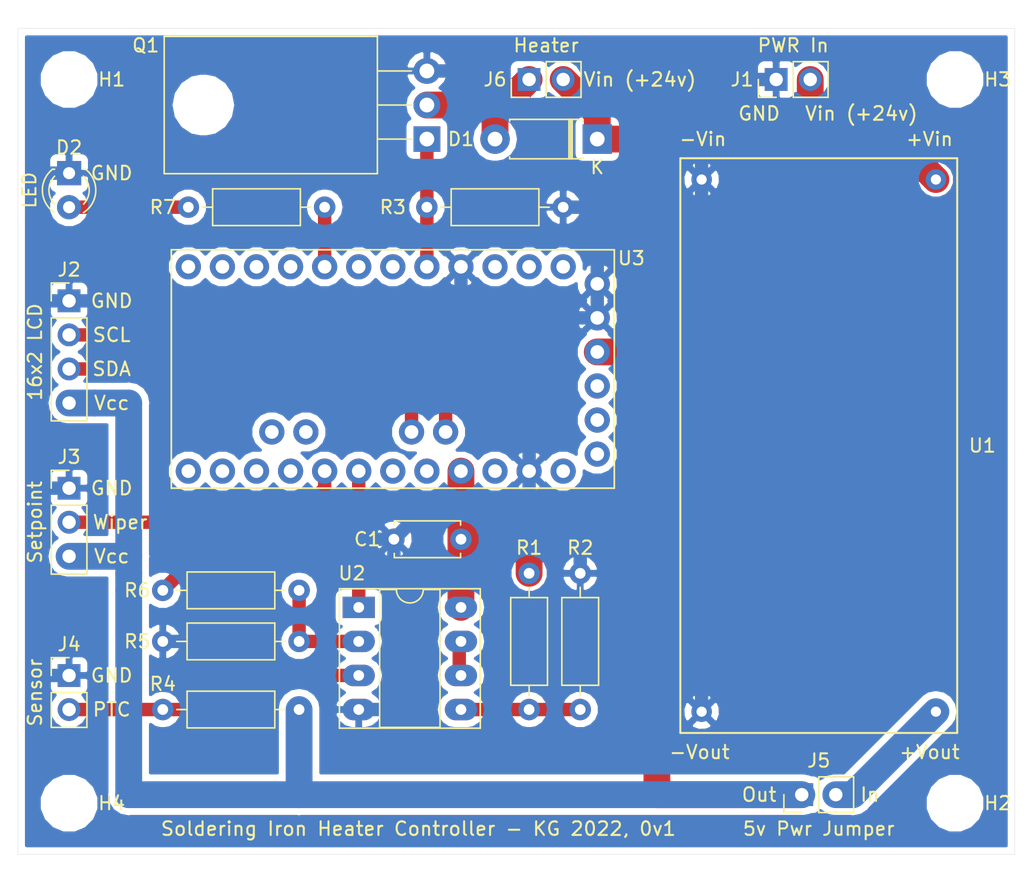
<source format=kicad_pcb>
(kicad_pcb (version 20171130) (host pcbnew "(5.0.2-5)-5")

  (general
    (thickness 1.6)
    (drawings 20)
    (tracks 102)
    (zones 0)
    (modules 24)
    (nets 17)
  )

  (page A4)
  (layers
    (0 F.Cu signal)
    (31 B.Cu signal)
    (32 B.Adhes user)
    (33 F.Adhes user)
    (34 B.Paste user)
    (35 F.Paste user)
    (36 B.SilkS user)
    (37 F.SilkS user)
    (38 B.Mask user)
    (39 F.Mask user)
    (40 Dwgs.User user)
    (41 Cmts.User user)
    (42 Eco1.User user)
    (43 Eco2.User user)
    (44 Edge.Cuts user)
    (45 Margin user)
    (46 B.CrtYd user)
    (47 F.CrtYd user)
    (48 B.Fab user)
    (49 F.Fab user)
  )

  (setup
    (last_trace_width 0.25)
    (user_trace_width 0.5)
    (user_trace_width 1)
    (user_trace_width 2)
    (trace_clearance 0.2)
    (zone_clearance 0.508)
    (zone_45_only no)
    (trace_min 0.2)
    (segment_width 0.2)
    (edge_width 0.15)
    (via_size 0.8)
    (via_drill 0.4)
    (via_min_size 0.4)
    (via_min_drill 0.3)
    (uvia_size 0.3)
    (uvia_drill 0.1)
    (uvias_allowed no)
    (uvia_min_size 0.2)
    (uvia_min_drill 0.1)
    (pcb_text_width 0.3)
    (pcb_text_size 1.5 1.5)
    (mod_edge_width 0.15)
    (mod_text_size 1 1)
    (mod_text_width 0.15)
    (pad_size 3.2 3.2)
    (pad_drill 3.2)
    (pad_to_mask_clearance 0.051)
    (solder_mask_min_width 0.25)
    (aux_axis_origin 0 0)
    (grid_origin 74.93 21.59)
    (visible_elements FFFFFF7F)
    (pcbplotparams
      (layerselection 0x090fc_ffffffff)
      (usegerberextensions false)
      (usegerberattributes false)
      (usegerberadvancedattributes false)
      (creategerberjobfile false)
      (excludeedgelayer true)
      (linewidth 0.100000)
      (plotframeref false)
      (viasonmask false)
      (mode 1)
      (useauxorigin false)
      (hpglpennumber 1)
      (hpglpenspeed 20)
      (hpglpendiameter 15.000000)
      (psnegative false)
      (psa4output false)
      (plotreference true)
      (plotvalue true)
      (plotinvisibletext false)
      (padsonsilk false)
      (subtractmaskfromsilk false)
      (outputformat 1)
      (mirror false)
      (drillshape 0)
      (scaleselection 1)
      (outputdirectory "gerbers"))
  )

  (net 0 "")
  (net 1 GND)
  (net 2 VCC)
  (net 3 PTC)
  (net 4 "Net-(R1-Pad2)")
  (net 5 "Net-(R5-Pad1)")
  (net 6 +24v)
  (net 7 "Net-(D2-Pad2)")
  (net 8 HEAT)
  (net 9 PTC_SENSOR)
  (net 10 "Net-(J5-Pad2)")
  (net 11 "Net-(U2-Pad6)")
  (net 12 SDA)
  (net 13 SCL)
  (net 14 SETPOINT)
  (net 15 "Net-(R7-Pad2)")
  (net 16 "Net-(D1-Pad2)")

  (net_class Default "This is the default net class."
    (clearance 0.2)
    (trace_width 0.25)
    (via_dia 0.8)
    (via_drill 0.4)
    (uvia_dia 0.3)
    (uvia_drill 0.1)
    (add_net +24v)
    (add_net GND)
    (add_net HEAT)
    (add_net "Net-(D1-Pad2)")
    (add_net "Net-(D2-Pad2)")
    (add_net "Net-(J5-Pad2)")
    (add_net "Net-(R1-Pad2)")
    (add_net "Net-(R5-Pad1)")
    (add_net "Net-(R7-Pad2)")
    (add_net "Net-(U2-Pad6)")
    (add_net PTC)
    (add_net PTC_SENSOR)
    (add_net SCL)
    (add_net SDA)
    (add_net SETPOINT)
    (add_net VCC)
  )

  (module soldering_iron_libraries:SMPS_24v_5v (layer F.Cu) (tedit 62028551) (tstamp 620E751C)
    (at 134.62 52.705 270)
    (path /61FF1583)
    (fp_text reference U1 (at 0 -12.192) (layer F.SilkS)
      (effects (font (size 1 1) (thickness 0.15)))
    )
    (fp_text value SMPS_24v_5v (at 0 12.7 270) (layer F.Fab)
      (effects (font (size 1 1) (thickness 0.15)))
    )
    (fp_text user -Vout (at 22.86 8.89) (layer F.SilkS)
      (effects (font (size 1 1) (thickness 0.15)))
    )
    (fp_text user +Vout (at 22.86 -8.255) (layer F.SilkS)
      (effects (font (size 1 1) (thickness 0.15)))
    )
    (fp_text user -Vin (at -22.86 8.636) (layer F.SilkS)
      (effects (font (size 1 1) (thickness 0.15)))
    )
    (fp_text user +Vin (at -22.86 -8.255) (layer F.SilkS)
      (effects (font (size 1 1) (thickness 0.15)))
    )
    (fp_line (start -22.225 11.1125) (end -22.225 -11.1125) (layer F.CrtYd) (width 0.15))
    (fp_line (start 22.225 11.1125) (end -22.225 11.1125) (layer F.CrtYd) (width 0.15))
    (fp_line (start 22.225 -11.1125) (end 22.225 11.1125) (layer F.CrtYd) (width 0.15))
    (fp_line (start -22.225 -11.1125) (end 22.225 -11.1125) (layer F.CrtYd) (width 0.15))
    (fp_line (start -21.43125 -10.31875) (end 21.43125 -10.31875) (layer F.SilkS) (width 0.15))
    (fp_line (start 21.43125 -10.31875) (end 21.43125 10.31875) (layer F.SilkS) (width 0.15))
    (fp_line (start -21.43125 10.31875) (end 21.43125 10.31875) (layer F.SilkS) (width 0.15))
    (fp_line (start -21.43125 -10.31875) (end -21.43125 10.31875) (layer F.SilkS) (width 0.15))
    (pad 4 thru_hole circle (at -19.84375 -8.73125 270) (size 1.524 1.524) (drill 0.762) (layers *.Cu *.Mask)
      (net 6 +24v))
    (pad 1 thru_hole circle (at -19.84375 8.73125 270) (size 1.524 1.524) (drill 0.762) (layers *.Cu *.Mask)
      (net 1 GND))
    (pad 3 thru_hole circle (at 19.84375 -8.73125 270) (size 1.524 1.524) (drill 0.762) (layers *.Cu *.Mask)
      (net 10 "Net-(J5-Pad2)"))
    (pad 2 thru_hole circle (at 19.84375 8.73125 270) (size 1.524 1.524) (drill 0.762) (layers *.Cu *.Mask)
      (net 1 GND))
  )

  (module Connector_PinHeader_2.54mm:PinHeader_1x02_P2.54mm_Vertical (layer F.Cu) (tedit 620E8A1F) (tstamp 620F6E44)
    (at 131.445 25.4 90)
    (descr "Through hole straight pin header, 1x02, 2.54mm pitch, single row")
    (tags "Through hole pin header THT 1x02 2.54mm single row")
    (path /61FE8F89)
    (fp_text reference J1 (at 0 -2.54 180) (layer F.SilkS)
      (effects (font (size 1 1) (thickness 0.15)))
    )
    (fp_text value "PWR In" (at 2.54 1.27 180) (layer F.SilkS)
      (effects (font (size 1 1) (thickness 0.15)))
    )
    (fp_text user %R (at 0 1.27 180) (layer F.Fab)
      (effects (font (size 1 1) (thickness 0.15)))
    )
    (fp_line (start 1.8 -1.8) (end -1.8 -1.8) (layer F.CrtYd) (width 0.05))
    (fp_line (start 1.8 4.35) (end 1.8 -1.8) (layer F.CrtYd) (width 0.05))
    (fp_line (start -1.8 4.35) (end 1.8 4.35) (layer F.CrtYd) (width 0.05))
    (fp_line (start -1.8 -1.8) (end -1.8 4.35) (layer F.CrtYd) (width 0.05))
    (fp_line (start -1.33 -1.33) (end 0 -1.33) (layer F.SilkS) (width 0.12))
    (fp_line (start -1.33 0) (end -1.33 -1.33) (layer F.SilkS) (width 0.12))
    (fp_line (start -1.33 1.27) (end 1.33 1.27) (layer F.SilkS) (width 0.12))
    (fp_line (start 1.33 1.27) (end 1.33 3.87) (layer F.SilkS) (width 0.12))
    (fp_line (start -1.33 1.27) (end -1.33 3.87) (layer F.SilkS) (width 0.12))
    (fp_line (start -1.33 3.87) (end 1.33 3.87) (layer F.SilkS) (width 0.12))
    (fp_line (start -1.27 -0.635) (end -0.635 -1.27) (layer F.Fab) (width 0.1))
    (fp_line (start -1.27 3.81) (end -1.27 -0.635) (layer F.Fab) (width 0.1))
    (fp_line (start 1.27 3.81) (end -1.27 3.81) (layer F.Fab) (width 0.1))
    (fp_line (start 1.27 -1.27) (end 1.27 3.81) (layer F.Fab) (width 0.1))
    (fp_line (start -0.635 -1.27) (end 1.27 -1.27) (layer F.Fab) (width 0.1))
    (pad 2 thru_hole oval (at 0 2.54 90) (size 1.7 1.7) (drill 1) (layers *.Cu *.Mask)
      (net 6 +24v))
    (pad 1 thru_hole rect (at 0 0 90) (size 1.7 1.7) (drill 1) (layers *.Cu *.Mask)
      (net 1 GND))
    (model ${KISYS3DMOD}/Connector_PinHeader_2.54mm.3dshapes/PinHeader_1x02_P2.54mm_Vertical.wrl
      (at (xyz 0 0 0))
      (scale (xyz 1 1 1))
      (rotate (xyz 0 0 0))
    )
  )

  (module Connector_PinHeader_2.54mm:PinHeader_1x03_P2.54mm_Vertical (layer F.Cu) (tedit 620E8972) (tstamp 6241C810)
    (at 78.74 55.88)
    (descr "Through hole straight pin header, 1x03, 2.54mm pitch, single row")
    (tags "Through hole pin header THT 1x03 2.54mm single row")
    (path /61FF1AB4)
    (fp_text reference J3 (at 0 -2.33) (layer F.SilkS)
      (effects (font (size 1 1) (thickness 0.15)))
    )
    (fp_text value Setpoint (at -2.54 2.54 90) (layer F.SilkS)
      (effects (font (size 1 1) (thickness 0.15)))
    )
    (fp_text user %R (at 0 2.54 90) (layer F.Fab)
      (effects (font (size 1 1) (thickness 0.15)))
    )
    (fp_line (start 1.8 -1.8) (end -1.8 -1.8) (layer F.CrtYd) (width 0.05))
    (fp_line (start 1.8 6.85) (end 1.8 -1.8) (layer F.CrtYd) (width 0.05))
    (fp_line (start -1.8 6.85) (end 1.8 6.85) (layer F.CrtYd) (width 0.05))
    (fp_line (start -1.8 -1.8) (end -1.8 6.85) (layer F.CrtYd) (width 0.05))
    (fp_line (start -1.33 -1.33) (end 0 -1.33) (layer F.SilkS) (width 0.12))
    (fp_line (start -1.33 0) (end -1.33 -1.33) (layer F.SilkS) (width 0.12))
    (fp_line (start -1.33 1.27) (end 1.33 1.27) (layer F.SilkS) (width 0.12))
    (fp_line (start 1.33 1.27) (end 1.33 6.41) (layer F.SilkS) (width 0.12))
    (fp_line (start -1.33 1.27) (end -1.33 6.41) (layer F.SilkS) (width 0.12))
    (fp_line (start -1.33 6.41) (end 1.33 6.41) (layer F.SilkS) (width 0.12))
    (fp_line (start -1.27 -0.635) (end -0.635 -1.27) (layer F.Fab) (width 0.1))
    (fp_line (start -1.27 6.35) (end -1.27 -0.635) (layer F.Fab) (width 0.1))
    (fp_line (start 1.27 6.35) (end -1.27 6.35) (layer F.Fab) (width 0.1))
    (fp_line (start 1.27 -1.27) (end 1.27 6.35) (layer F.Fab) (width 0.1))
    (fp_line (start -0.635 -1.27) (end 1.27 -1.27) (layer F.Fab) (width 0.1))
    (pad 3 thru_hole oval (at 0 5.08) (size 1.7 1.7) (drill 1) (layers *.Cu *.Mask)
      (net 2 VCC))
    (pad 2 thru_hole oval (at 0 2.54) (size 1.7 1.7) (drill 1) (layers *.Cu *.Mask)
      (net 14 SETPOINT))
    (pad 1 thru_hole rect (at 0 0) (size 1.7 1.7) (drill 1) (layers *.Cu *.Mask)
      (net 1 GND))
    (model ${KISYS3DMOD}/Connector_PinHeader_2.54mm.3dshapes/PinHeader_1x03_P2.54mm_Vertical.wrl
      (at (xyz 0 0 0))
      (scale (xyz 1 1 1))
      (rotate (xyz 0 0 0))
    )
  )

  (module Package_DIP:DIP-8_W7.62mm_Socket_LongPads (layer F.Cu) (tedit 5A02E8C5) (tstamp 6240FF53)
    (at 100.33 64.77)
    (descr "8-lead though-hole mounted DIP package, row spacing 7.62 mm (300 mils), Socket, LongPads")
    (tags "THT DIP DIL PDIP 2.54mm 7.62mm 300mil Socket LongPads")
    (path /61FF15EB)
    (fp_text reference U2 (at -0.508 -2.54) (layer F.SilkS)
      (effects (font (size 1 1) (thickness 0.15)))
    )
    (fp_text value LM358 (at 3.81 9.95) (layer F.Fab)
      (effects (font (size 1 1) (thickness 0.15)))
    )
    (fp_text user %R (at 3.81 3.81) (layer F.Fab)
      (effects (font (size 1 1) (thickness 0.15)))
    )
    (fp_line (start 9.15 -1.6) (end -1.55 -1.6) (layer F.CrtYd) (width 0.05))
    (fp_line (start 9.15 9.2) (end 9.15 -1.6) (layer F.CrtYd) (width 0.05))
    (fp_line (start -1.55 9.2) (end 9.15 9.2) (layer F.CrtYd) (width 0.05))
    (fp_line (start -1.55 -1.6) (end -1.55 9.2) (layer F.CrtYd) (width 0.05))
    (fp_line (start 9.06 -1.39) (end -1.44 -1.39) (layer F.SilkS) (width 0.12))
    (fp_line (start 9.06 9.01) (end 9.06 -1.39) (layer F.SilkS) (width 0.12))
    (fp_line (start -1.44 9.01) (end 9.06 9.01) (layer F.SilkS) (width 0.12))
    (fp_line (start -1.44 -1.39) (end -1.44 9.01) (layer F.SilkS) (width 0.12))
    (fp_line (start 6.06 -1.33) (end 4.81 -1.33) (layer F.SilkS) (width 0.12))
    (fp_line (start 6.06 8.95) (end 6.06 -1.33) (layer F.SilkS) (width 0.12))
    (fp_line (start 1.56 8.95) (end 6.06 8.95) (layer F.SilkS) (width 0.12))
    (fp_line (start 1.56 -1.33) (end 1.56 8.95) (layer F.SilkS) (width 0.12))
    (fp_line (start 2.81 -1.33) (end 1.56 -1.33) (layer F.SilkS) (width 0.12))
    (fp_line (start 8.89 -1.33) (end -1.27 -1.33) (layer F.Fab) (width 0.1))
    (fp_line (start 8.89 8.95) (end 8.89 -1.33) (layer F.Fab) (width 0.1))
    (fp_line (start -1.27 8.95) (end 8.89 8.95) (layer F.Fab) (width 0.1))
    (fp_line (start -1.27 -1.33) (end -1.27 8.95) (layer F.Fab) (width 0.1))
    (fp_line (start 0.635 -0.27) (end 1.635 -1.27) (layer F.Fab) (width 0.1))
    (fp_line (start 0.635 8.89) (end 0.635 -0.27) (layer F.Fab) (width 0.1))
    (fp_line (start 6.985 8.89) (end 0.635 8.89) (layer F.Fab) (width 0.1))
    (fp_line (start 6.985 -1.27) (end 6.985 8.89) (layer F.Fab) (width 0.1))
    (fp_line (start 1.635 -1.27) (end 6.985 -1.27) (layer F.Fab) (width 0.1))
    (fp_arc (start 3.81 -1.33) (end 2.81 -1.33) (angle -180) (layer F.SilkS) (width 0.12))
    (pad 8 thru_hole oval (at 7.62 0) (size 2.4 1.6) (drill 0.8) (layers *.Cu *.Mask)
      (net 2 VCC))
    (pad 4 thru_hole oval (at 0 7.62) (size 2.4 1.6) (drill 0.8) (layers *.Cu *.Mask)
      (net 1 GND))
    (pad 7 thru_hole oval (at 7.62 2.54) (size 2.4 1.6) (drill 0.8) (layers *.Cu *.Mask)
      (net 11 "Net-(U2-Pad6)"))
    (pad 3 thru_hole oval (at 0 5.08) (size 2.4 1.6) (drill 0.8) (layers *.Cu *.Mask)
      (net 3 PTC))
    (pad 6 thru_hole oval (at 7.62 5.08) (size 2.4 1.6) (drill 0.8) (layers *.Cu *.Mask)
      (net 11 "Net-(U2-Pad6)"))
    (pad 2 thru_hole oval (at 0 2.54) (size 2.4 1.6) (drill 0.8) (layers *.Cu *.Mask)
      (net 5 "Net-(R5-Pad1)"))
    (pad 5 thru_hole oval (at 7.62 7.62) (size 2.4 1.6) (drill 0.8) (layers *.Cu *.Mask)
      (net 4 "Net-(R1-Pad2)"))
    (pad 1 thru_hole rect (at 0 0) (size 2.4 1.6) (drill 0.8) (layers *.Cu *.Mask)
      (net 9 PTC_SENSOR))
    (model ${KISYS3DMOD}/Package_DIP.3dshapes/DIP-8_W7.62mm_Socket.wrl
      (at (xyz 0 0 0))
      (scale (xyz 1 1 1))
      (rotate (xyz 0 0 0))
    )
  )

  (module Diode_THT:D_DO-41_SOD81_P7.62mm_Horizontal (layer F.Cu) (tedit 5AE50CD5) (tstamp 62025EFD)
    (at 118.11 29.845 180)
    (descr "Diode, DO-41_SOD81 series, Axial, Horizontal, pin pitch=7.62mm, , length*diameter=5.2*2.7mm^2, , http://www.diodes.com/_files/packages/DO-41%20(Plastic).pdf")
    (tags "Diode DO-41_SOD81 series Axial Horizontal pin pitch 7.62mm  length 5.2mm diameter 2.7mm")
    (path /6200393C)
    (fp_text reference D1 (at 10.16 0 180) (layer F.SilkS)
      (effects (font (size 1 1) (thickness 0.15)))
    )
    (fp_text value 1N4004 (at 0.508 2.286 180) (layer F.Fab)
      (effects (font (size 1 1) (thickness 0.15)))
    )
    (fp_text user K (at 0 -2.1 180) (layer F.SilkS)
      (effects (font (size 1 1) (thickness 0.15)))
    )
    (fp_text user K (at 0 -2.1 180) (layer F.Fab)
      (effects (font (size 1 1) (thickness 0.15)))
    )
    (fp_text user %R (at 4.2 0 180) (layer F.Fab)
      (effects (font (size 1 1) (thickness 0.15)))
    )
    (fp_line (start 8.97 -1.6) (end -1.35 -1.6) (layer F.CrtYd) (width 0.05))
    (fp_line (start 8.97 1.6) (end 8.97 -1.6) (layer F.CrtYd) (width 0.05))
    (fp_line (start -1.35 1.6) (end 8.97 1.6) (layer F.CrtYd) (width 0.05))
    (fp_line (start -1.35 -1.6) (end -1.35 1.6) (layer F.CrtYd) (width 0.05))
    (fp_line (start 1.87 -1.47) (end 1.87 1.47) (layer F.SilkS) (width 0.12))
    (fp_line (start 2.11 -1.47) (end 2.11 1.47) (layer F.SilkS) (width 0.12))
    (fp_line (start 1.99 -1.47) (end 1.99 1.47) (layer F.SilkS) (width 0.12))
    (fp_line (start 6.53 1.47) (end 6.53 1.34) (layer F.SilkS) (width 0.12))
    (fp_line (start 1.09 1.47) (end 6.53 1.47) (layer F.SilkS) (width 0.12))
    (fp_line (start 1.09 1.34) (end 1.09 1.47) (layer F.SilkS) (width 0.12))
    (fp_line (start 6.53 -1.47) (end 6.53 -1.34) (layer F.SilkS) (width 0.12))
    (fp_line (start 1.09 -1.47) (end 6.53 -1.47) (layer F.SilkS) (width 0.12))
    (fp_line (start 1.09 -1.34) (end 1.09 -1.47) (layer F.SilkS) (width 0.12))
    (fp_line (start 1.89 -1.35) (end 1.89 1.35) (layer F.Fab) (width 0.1))
    (fp_line (start 2.09 -1.35) (end 2.09 1.35) (layer F.Fab) (width 0.1))
    (fp_line (start 1.99 -1.35) (end 1.99 1.35) (layer F.Fab) (width 0.1))
    (fp_line (start 7.62 0) (end 6.41 0) (layer F.Fab) (width 0.1))
    (fp_line (start 0 0) (end 1.21 0) (layer F.Fab) (width 0.1))
    (fp_line (start 6.41 -1.35) (end 1.21 -1.35) (layer F.Fab) (width 0.1))
    (fp_line (start 6.41 1.35) (end 6.41 -1.35) (layer F.Fab) (width 0.1))
    (fp_line (start 1.21 1.35) (end 6.41 1.35) (layer F.Fab) (width 0.1))
    (fp_line (start 1.21 -1.35) (end 1.21 1.35) (layer F.Fab) (width 0.1))
    (pad 2 thru_hole oval (at 7.62 0 180) (size 2.2 2.2) (drill 1.1) (layers *.Cu *.Mask)
      (net 16 "Net-(D1-Pad2)"))
    (pad 1 thru_hole rect (at 0 0 180) (size 2.2 2.2) (drill 1.1) (layers *.Cu *.Mask)
      (net 6 +24v))
    (model ${KISYS3DMOD}/Diode_THT.3dshapes/D_DO-41_SOD81_P7.62mm_Horizontal.wrl
      (at (xyz 0 0 0))
      (scale (xyz 1 1 1))
      (rotate (xyz 0 0 0))
    )
  )

  (module LED_THT:LED_D3.0mm (layer F.Cu) (tedit 620E8930) (tstamp 62023E04)
    (at 78.74 32.385 270)
    (descr "LED, diameter 3.0mm, 2 pins")
    (tags "LED diameter 3.0mm 2 pins")
    (path /62012F88)
    (fp_text reference D2 (at -1.905 0) (layer F.SilkS)
      (effects (font (size 1 1) (thickness 0.15)))
    )
    (fp_text value LED (at 1.27 2.96 270) (layer F.SilkS)
      (effects (font (size 1 1) (thickness 0.15)))
    )
    (fp_line (start 3.7 -2.25) (end -1.15 -2.25) (layer F.CrtYd) (width 0.05))
    (fp_line (start 3.7 2.25) (end 3.7 -2.25) (layer F.CrtYd) (width 0.05))
    (fp_line (start -1.15 2.25) (end 3.7 2.25) (layer F.CrtYd) (width 0.05))
    (fp_line (start -1.15 -2.25) (end -1.15 2.25) (layer F.CrtYd) (width 0.05))
    (fp_line (start -0.29 1.08) (end -0.29 1.236) (layer F.SilkS) (width 0.12))
    (fp_line (start -0.29 -1.236) (end -0.29 -1.08) (layer F.SilkS) (width 0.12))
    (fp_line (start -0.23 -1.16619) (end -0.23 1.16619) (layer F.Fab) (width 0.1))
    (fp_circle (center 1.27 0) (end 2.77 0) (layer F.Fab) (width 0.1))
    (fp_arc (start 1.27 0) (end 0.229039 1.08) (angle -87.9) (layer F.SilkS) (width 0.12))
    (fp_arc (start 1.27 0) (end 0.229039 -1.08) (angle 87.9) (layer F.SilkS) (width 0.12))
    (fp_arc (start 1.27 0) (end -0.29 1.235516) (angle -108.8) (layer F.SilkS) (width 0.12))
    (fp_arc (start 1.27 0) (end -0.29 -1.235516) (angle 108.8) (layer F.SilkS) (width 0.12))
    (fp_arc (start 1.27 0) (end -0.23 -1.16619) (angle 284.3) (layer F.Fab) (width 0.1))
    (pad 2 thru_hole circle (at 2.54 0 270) (size 1.8 1.8) (drill 0.9) (layers *.Cu *.Mask)
      (net 7 "Net-(D2-Pad2)"))
    (pad 1 thru_hole rect (at 0 0 270) (size 1.8 1.8) (drill 0.9) (layers *.Cu *.Mask)
      (net 1 GND))
    (model ${KISYS3DMOD}/LED_THT.3dshapes/LED_D3.0mm.wrl
      (at (xyz 0 0 0))
      (scale (xyz 1 1 1))
      (rotate (xyz 0 0 0))
    )
  )

  (module Connector_PinHeader_2.54mm:PinHeader_1x02_P2.54mm_Vertical (layer F.Cu) (tedit 620E89C5) (tstamp 6241D954)
    (at 133.35 78.74 90)
    (descr "Through hole straight pin header, 1x02, 2.54mm pitch, single row")
    (tags "Through hole pin header THT 1x02 2.54mm single row")
    (path /6202B59F)
    (fp_text reference J5 (at 2.54 1.27 -180) (layer F.SilkS)
      (effects (font (size 1 1) (thickness 0.15)))
    )
    (fp_text value "5v Pwr Jumper" (at -2.54 1.27 180) (layer F.SilkS)
      (effects (font (size 1 1) (thickness 0.15)))
    )
    (fp_text user %R (at 0 1.27 180) (layer F.Fab)
      (effects (font (size 1 1) (thickness 0.15)))
    )
    (fp_line (start 1.8 -1.8) (end -1.8 -1.8) (layer F.CrtYd) (width 0.05))
    (fp_line (start 1.8 4.35) (end 1.8 -1.8) (layer F.CrtYd) (width 0.05))
    (fp_line (start -1.8 4.35) (end 1.8 4.35) (layer F.CrtYd) (width 0.05))
    (fp_line (start -1.8 -1.8) (end -1.8 4.35) (layer F.CrtYd) (width 0.05))
    (fp_line (start -1.33 -1.33) (end 0 -1.33) (layer F.SilkS) (width 0.12))
    (fp_line (start -1.33 0) (end -1.33 -1.33) (layer F.SilkS) (width 0.12))
    (fp_line (start -1.33 1.27) (end 1.33 1.27) (layer F.SilkS) (width 0.12))
    (fp_line (start 1.33 1.27) (end 1.33 3.87) (layer F.SilkS) (width 0.12))
    (fp_line (start -1.33 1.27) (end -1.33 3.87) (layer F.SilkS) (width 0.12))
    (fp_line (start -1.33 3.87) (end 1.33 3.87) (layer F.SilkS) (width 0.12))
    (fp_line (start -1.27 -0.635) (end -0.635 -1.27) (layer F.Fab) (width 0.1))
    (fp_line (start -1.27 3.81) (end -1.27 -0.635) (layer F.Fab) (width 0.1))
    (fp_line (start 1.27 3.81) (end -1.27 3.81) (layer F.Fab) (width 0.1))
    (fp_line (start 1.27 -1.27) (end 1.27 3.81) (layer F.Fab) (width 0.1))
    (fp_line (start -0.635 -1.27) (end 1.27 -1.27) (layer F.Fab) (width 0.1))
    (pad 2 thru_hole oval (at 0 2.54 90) (size 1.7 1.7) (drill 1) (layers *.Cu *.Mask)
      (net 10 "Net-(J5-Pad2)"))
    (pad 1 thru_hole rect (at 0 0 90) (size 1.7 1.7) (drill 1) (layers *.Cu *.Mask)
      (net 2 VCC))
    (model ${KISYS3DMOD}/Connector_PinHeader_2.54mm.3dshapes/PinHeader_1x02_P2.54mm_Vertical.wrl
      (at (xyz 0 0 0))
      (scale (xyz 1 1 1))
      (rotate (xyz 0 0 0))
    )
  )

  (module Package_TO_SOT_THT:TO-220-3_Horizontal_TabDown (layer F.Cu) (tedit 5AC8BA0D) (tstamp 620F69BD)
    (at 105.41 29.845 90)
    (descr "TO-220-3, Horizontal, RM 2.54mm, see https://www.vishay.com/docs/66542/to-220-1.pdf")
    (tags "TO-220-3 Horizontal RM 2.54mm")
    (path /62003598)
    (fp_text reference Q1 (at 6.985 -20.955 180) (layer F.SilkS)
      (effects (font (size 1 1) (thickness 0.15)))
    )
    (fp_text value IRLZ44N (at 2.54 2 90) (layer F.Fab)
      (effects (font (size 1 1) (thickness 0.15)))
    )
    (fp_text user %R (at 2.54 -20.58 90) (layer F.Fab)
      (effects (font (size 1 1) (thickness 0.15)))
    )
    (fp_line (start 7.79 -19.71) (end -2.71 -19.71) (layer F.CrtYd) (width 0.05))
    (fp_line (start 7.79 1.25) (end 7.79 -19.71) (layer F.CrtYd) (width 0.05))
    (fp_line (start -2.71 1.25) (end 7.79 1.25) (layer F.CrtYd) (width 0.05))
    (fp_line (start -2.71 -19.71) (end -2.71 1.25) (layer F.CrtYd) (width 0.05))
    (fp_line (start 5.08 -3.69) (end 5.08 -1.15) (layer F.SilkS) (width 0.12))
    (fp_line (start 2.54 -3.69) (end 2.54 -1.15) (layer F.SilkS) (width 0.12))
    (fp_line (start 0 -3.69) (end 0 -1.15) (layer F.SilkS) (width 0.12))
    (fp_line (start 7.66 -19.58) (end 7.66 -3.69) (layer F.SilkS) (width 0.12))
    (fp_line (start -2.58 -19.58) (end -2.58 -3.69) (layer F.SilkS) (width 0.12))
    (fp_line (start -2.58 -19.58) (end 7.66 -19.58) (layer F.SilkS) (width 0.12))
    (fp_line (start -2.58 -3.69) (end 7.66 -3.69) (layer F.SilkS) (width 0.12))
    (fp_line (start 5.08 -3.81) (end 5.08 0) (layer F.Fab) (width 0.1))
    (fp_line (start 2.54 -3.81) (end 2.54 0) (layer F.Fab) (width 0.1))
    (fp_line (start 0 -3.81) (end 0 0) (layer F.Fab) (width 0.1))
    (fp_line (start 7.54 -3.81) (end -2.46 -3.81) (layer F.Fab) (width 0.1))
    (fp_line (start 7.54 -13.06) (end 7.54 -3.81) (layer F.Fab) (width 0.1))
    (fp_line (start -2.46 -13.06) (end 7.54 -13.06) (layer F.Fab) (width 0.1))
    (fp_line (start -2.46 -3.81) (end -2.46 -13.06) (layer F.Fab) (width 0.1))
    (fp_line (start 7.54 -13.06) (end -2.46 -13.06) (layer F.Fab) (width 0.1))
    (fp_line (start 7.54 -19.46) (end 7.54 -13.06) (layer F.Fab) (width 0.1))
    (fp_line (start -2.46 -19.46) (end 7.54 -19.46) (layer F.Fab) (width 0.1))
    (fp_line (start -2.46 -13.06) (end -2.46 -19.46) (layer F.Fab) (width 0.1))
    (fp_circle (center 2.54 -16.66) (end 4.39 -16.66) (layer F.Fab) (width 0.1))
    (pad 3 thru_hole oval (at 5.08 0 90) (size 1.905 2) (drill 1.1) (layers *.Cu *.Mask)
      (net 1 GND))
    (pad 2 thru_hole oval (at 2.54 0 90) (size 1.905 2) (drill 1.1) (layers *.Cu *.Mask)
      (net 16 "Net-(D1-Pad2)"))
    (pad 1 thru_hole rect (at 0 0 90) (size 1.905 2) (drill 1.1) (layers *.Cu *.Mask)
      (net 8 HEAT))
    (pad "" np_thru_hole oval (at 2.54 -16.66 90) (size 3.5 3.5) (drill 3.5) (layers *.Cu *.Mask))
    (model ${KISYS3DMOD}/Package_TO_SOT_THT.3dshapes/TO-220-3_Horizontal_TabDown.wrl
      (at (xyz 0 0 0))
      (scale (xyz 1 1 1))
      (rotate (xyz 0 0 0))
    )
  )

  (module MountingHole:MountingHole_3.2mm_M3 (layer F.Cu) (tedit 56D1B4CB) (tstamp 620242FC)
    (at 78.74 25.4)
    (descr "Mounting Hole 3.2mm, no annular, M3")
    (tags "mounting hole 3.2mm no annular m3")
    (path /62067D61)
    (attr virtual)
    (fp_text reference H1 (at 3.175 0) (layer F.SilkS)
      (effects (font (size 1 1) (thickness 0.15)))
    )
    (fp_text value MountingHole (at 1.27 -4.445) (layer F.Fab)
      (effects (font (size 1 1) (thickness 0.15)))
    )
    (fp_circle (center 0 0) (end 3.45 0) (layer F.CrtYd) (width 0.05))
    (fp_circle (center 0 0) (end 3.2 0) (layer Cmts.User) (width 0.15))
    (fp_text user %R (at 0.3 0) (layer F.Fab)
      (effects (font (size 1 1) (thickness 0.15)))
    )
    (pad 1 np_thru_hole circle (at 0 0) (size 3.2 3.2) (drill 3.2) (layers *.Cu *.Mask))
  )

  (module MountingHole:MountingHole_3.2mm_M3 (layer F.Cu) (tedit 56D1B4CB) (tstamp 620D9F42)
    (at 144.78 79.375)
    (descr "Mounting Hole 3.2mm, no annular, M3")
    (tags "mounting hole 3.2mm no annular m3")
    (path /62067DE7)
    (attr virtual)
    (fp_text reference H2 (at 3.175 0) (layer F.SilkS)
      (effects (font (size 1 1) (thickness 0.15)))
    )
    (fp_text value MountingHole (at 0 4.2) (layer F.Fab)
      (effects (font (size 1 1) (thickness 0.15)))
    )
    (fp_circle (center 0 0) (end 3.45 0) (layer F.CrtYd) (width 0.05))
    (fp_circle (center 0 0) (end 3.2 0) (layer Cmts.User) (width 0.15))
    (fp_text user %R (at 0.3 0) (layer F.Fab)
      (effects (font (size 1 1) (thickness 0.15)))
    )
    (pad 1 np_thru_hole circle (at 0 0) (size 3.2 3.2) (drill 3.2) (layers *.Cu *.Mask))
  )

  (module MountingHole:MountingHole_3.2mm_M3 (layer F.Cu) (tedit 56D1B4CB) (tstamp 620F6E21)
    (at 144.78 25.4)
    (descr "Mounting Hole 3.2mm, no annular, M3")
    (tags "mounting hole 3.2mm no annular m3")
    (path /62067E54)
    (attr virtual)
    (fp_text reference H3 (at 3.175 0) (layer F.SilkS)
      (effects (font (size 1 1) (thickness 0.15)))
    )
    (fp_text value MountingHole (at 0 -5.08) (layer F.Fab)
      (effects (font (size 1 1) (thickness 0.15)))
    )
    (fp_circle (center 0 0) (end 3.45 0) (layer F.CrtYd) (width 0.05))
    (fp_circle (center 0 0) (end 3.2 0) (layer Cmts.User) (width 0.15))
    (fp_text user %R (at 0.3 0) (layer F.Fab)
      (effects (font (size 1 1) (thickness 0.15)))
    )
    (pad 1 np_thru_hole circle (at 0 0) (size 3.2 3.2) (drill 3.2) (layers *.Cu *.Mask))
  )

  (module MountingHole:MountingHole_3.2mm_M3 (layer F.Cu) (tedit 56D1B4CB) (tstamp 6202416D)
    (at 78.74 79.375)
    (descr "Mounting Hole 3.2mm, no annular, M3")
    (tags "mounting hole 3.2mm no annular m3")
    (path /62067E99)
    (attr virtual)
    (fp_text reference H4 (at 3.175 0) (layer F.SilkS)
      (effects (font (size 1 1) (thickness 0.15)))
    )
    (fp_text value MountingHole (at 0 4.2) (layer F.Fab)
      (effects (font (size 1 1) (thickness 0.15)))
    )
    (fp_circle (center 0 0) (end 3.45 0) (layer F.CrtYd) (width 0.05))
    (fp_circle (center 0 0) (end 3.2 0) (layer Cmts.User) (width 0.15))
    (fp_text user %R (at 0.3 0) (layer F.Fab)
      (effects (font (size 1 1) (thickness 0.15)))
    )
    (pad 1 np_thru_hole circle (at 0 0) (size 3.2 3.2) (drill 3.2) (layers *.Cu *.Mask))
  )

  (module Resistor_THT:R_Axial_DIN0207_L6.3mm_D2.5mm_P10.16mm_Horizontal (layer F.Cu) (tedit 5AE5139B) (tstamp 62023D24)
    (at 113.03 62.23 270)
    (descr "Resistor, Axial_DIN0207 series, Axial, Horizontal, pin pitch=10.16mm, 0.25W = 1/4W, length*diameter=6.3*2.5mm^2, http://cdn-reichelt.de/documents/datenblatt/B400/1_4W%23YAG.pdf")
    (tags "Resistor Axial_DIN0207 series Axial Horizontal pin pitch 10.16mm 0.25W = 1/4W length 6.3mm diameter 2.5mm")
    (path /61FF5052)
    (fp_text reference R1 (at -1.905 0) (layer F.SilkS)
      (effects (font (size 1 1) (thickness 0.15)))
    )
    (fp_text value 10k (at 5.08 2.37 270) (layer F.Fab)
      (effects (font (size 1 1) (thickness 0.15)))
    )
    (fp_text user %R (at 5.08 0 270) (layer F.Fab)
      (effects (font (size 1 1) (thickness 0.15)))
    )
    (fp_line (start 11.21 -1.5) (end -1.05 -1.5) (layer F.CrtYd) (width 0.05))
    (fp_line (start 11.21 1.5) (end 11.21 -1.5) (layer F.CrtYd) (width 0.05))
    (fp_line (start -1.05 1.5) (end 11.21 1.5) (layer F.CrtYd) (width 0.05))
    (fp_line (start -1.05 -1.5) (end -1.05 1.5) (layer F.CrtYd) (width 0.05))
    (fp_line (start 9.12 0) (end 8.35 0) (layer F.SilkS) (width 0.12))
    (fp_line (start 1.04 0) (end 1.81 0) (layer F.SilkS) (width 0.12))
    (fp_line (start 8.35 -1.37) (end 1.81 -1.37) (layer F.SilkS) (width 0.12))
    (fp_line (start 8.35 1.37) (end 8.35 -1.37) (layer F.SilkS) (width 0.12))
    (fp_line (start 1.81 1.37) (end 8.35 1.37) (layer F.SilkS) (width 0.12))
    (fp_line (start 1.81 -1.37) (end 1.81 1.37) (layer F.SilkS) (width 0.12))
    (fp_line (start 10.16 0) (end 8.23 0) (layer F.Fab) (width 0.1))
    (fp_line (start 0 0) (end 1.93 0) (layer F.Fab) (width 0.1))
    (fp_line (start 8.23 -1.25) (end 1.93 -1.25) (layer F.Fab) (width 0.1))
    (fp_line (start 8.23 1.25) (end 8.23 -1.25) (layer F.Fab) (width 0.1))
    (fp_line (start 1.93 1.25) (end 8.23 1.25) (layer F.Fab) (width 0.1))
    (fp_line (start 1.93 -1.25) (end 1.93 1.25) (layer F.Fab) (width 0.1))
    (pad 2 thru_hole oval (at 10.16 0 270) (size 1.6 1.6) (drill 0.8) (layers *.Cu *.Mask)
      (net 4 "Net-(R1-Pad2)"))
    (pad 1 thru_hole circle (at 0 0 270) (size 1.6 1.6) (drill 0.8) (layers *.Cu *.Mask)
      (net 2 VCC))
    (model ${KISYS3DMOD}/Resistor_THT.3dshapes/R_Axial_DIN0207_L6.3mm_D2.5mm_P10.16mm_Horizontal.wrl
      (at (xyz 0 0 0))
      (scale (xyz 1 1 1))
      (rotate (xyz 0 0 0))
    )
  )

  (module Resistor_THT:R_Axial_DIN0207_L6.3mm_D2.5mm_P10.16mm_Horizontal (layer F.Cu) (tedit 5AE5139B) (tstamp 6241D096)
    (at 116.84 72.39 90)
    (descr "Resistor, Axial_DIN0207 series, Axial, Horizontal, pin pitch=10.16mm, 0.25W = 1/4W, length*diameter=6.3*2.5mm^2, http://cdn-reichelt.de/documents/datenblatt/B400/1_4W%23YAG.pdf")
    (tags "Resistor Axial_DIN0207 series Axial Horizontal pin pitch 10.16mm 0.25W = 1/4W length 6.3mm diameter 2.5mm")
    (path /61FF5099)
    (fp_text reference R2 (at 12.065 0 180) (layer F.SilkS)
      (effects (font (size 1 1) (thickness 0.15)))
    )
    (fp_text value 10k (at 5.08 2.37 90) (layer F.Fab)
      (effects (font (size 1 1) (thickness 0.15)))
    )
    (fp_text user %R (at 5.08 0 90) (layer F.Fab)
      (effects (font (size 1 1) (thickness 0.15)))
    )
    (fp_line (start 11.21 -1.5) (end -1.05 -1.5) (layer F.CrtYd) (width 0.05))
    (fp_line (start 11.21 1.5) (end 11.21 -1.5) (layer F.CrtYd) (width 0.05))
    (fp_line (start -1.05 1.5) (end 11.21 1.5) (layer F.CrtYd) (width 0.05))
    (fp_line (start -1.05 -1.5) (end -1.05 1.5) (layer F.CrtYd) (width 0.05))
    (fp_line (start 9.12 0) (end 8.35 0) (layer F.SilkS) (width 0.12))
    (fp_line (start 1.04 0) (end 1.81 0) (layer F.SilkS) (width 0.12))
    (fp_line (start 8.35 -1.37) (end 1.81 -1.37) (layer F.SilkS) (width 0.12))
    (fp_line (start 8.35 1.37) (end 8.35 -1.37) (layer F.SilkS) (width 0.12))
    (fp_line (start 1.81 1.37) (end 8.35 1.37) (layer F.SilkS) (width 0.12))
    (fp_line (start 1.81 -1.37) (end 1.81 1.37) (layer F.SilkS) (width 0.12))
    (fp_line (start 10.16 0) (end 8.23 0) (layer F.Fab) (width 0.1))
    (fp_line (start 0 0) (end 1.93 0) (layer F.Fab) (width 0.1))
    (fp_line (start 8.23 -1.25) (end 1.93 -1.25) (layer F.Fab) (width 0.1))
    (fp_line (start 8.23 1.25) (end 8.23 -1.25) (layer F.Fab) (width 0.1))
    (fp_line (start 1.93 1.25) (end 8.23 1.25) (layer F.Fab) (width 0.1))
    (fp_line (start 1.93 -1.25) (end 1.93 1.25) (layer F.Fab) (width 0.1))
    (pad 2 thru_hole oval (at 10.16 0 90) (size 1.6 1.6) (drill 0.8) (layers *.Cu *.Mask)
      (net 1 GND))
    (pad 1 thru_hole circle (at 0 0 90) (size 1.6 1.6) (drill 0.8) (layers *.Cu *.Mask)
      (net 4 "Net-(R1-Pad2)"))
    (model ${KISYS3DMOD}/Resistor_THT.3dshapes/R_Axial_DIN0207_L6.3mm_D2.5mm_P10.16mm_Horizontal.wrl
      (at (xyz 0 0 0))
      (scale (xyz 1 1 1))
      (rotate (xyz 0 0 0))
    )
  )

  (module Resistor_THT:R_Axial_DIN0207_L6.3mm_D2.5mm_P10.16mm_Horizontal (layer F.Cu) (tedit 5AE5139B) (tstamp 620E1B91)
    (at 105.41 34.925)
    (descr "Resistor, Axial_DIN0207 series, Axial, Horizontal, pin pitch=10.16mm, 0.25W = 1/4W, length*diameter=6.3*2.5mm^2, http://cdn-reichelt.de/documents/datenblatt/B400/1_4W%23YAG.pdf")
    (tags "Resistor Axial_DIN0207 series Axial Horizontal pin pitch 10.16mm 0.25W = 1/4W length 6.3mm diameter 2.5mm")
    (path /620033E3)
    (fp_text reference R3 (at -2.54 0) (layer F.SilkS)
      (effects (font (size 1 1) (thickness 0.15)))
    )
    (fp_text value 10k (at 5.08 2.37) (layer F.Fab)
      (effects (font (size 1 1) (thickness 0.15)))
    )
    (fp_text user %R (at 5.08 0) (layer F.Fab)
      (effects (font (size 1 1) (thickness 0.15)))
    )
    (fp_line (start 11.21 -1.5) (end -1.05 -1.5) (layer F.CrtYd) (width 0.05))
    (fp_line (start 11.21 1.5) (end 11.21 -1.5) (layer F.CrtYd) (width 0.05))
    (fp_line (start -1.05 1.5) (end 11.21 1.5) (layer F.CrtYd) (width 0.05))
    (fp_line (start -1.05 -1.5) (end -1.05 1.5) (layer F.CrtYd) (width 0.05))
    (fp_line (start 9.12 0) (end 8.35 0) (layer F.SilkS) (width 0.12))
    (fp_line (start 1.04 0) (end 1.81 0) (layer F.SilkS) (width 0.12))
    (fp_line (start 8.35 -1.37) (end 1.81 -1.37) (layer F.SilkS) (width 0.12))
    (fp_line (start 8.35 1.37) (end 8.35 -1.37) (layer F.SilkS) (width 0.12))
    (fp_line (start 1.81 1.37) (end 8.35 1.37) (layer F.SilkS) (width 0.12))
    (fp_line (start 1.81 -1.37) (end 1.81 1.37) (layer F.SilkS) (width 0.12))
    (fp_line (start 10.16 0) (end 8.23 0) (layer F.Fab) (width 0.1))
    (fp_line (start 0 0) (end 1.93 0) (layer F.Fab) (width 0.1))
    (fp_line (start 8.23 -1.25) (end 1.93 -1.25) (layer F.Fab) (width 0.1))
    (fp_line (start 8.23 1.25) (end 8.23 -1.25) (layer F.Fab) (width 0.1))
    (fp_line (start 1.93 1.25) (end 8.23 1.25) (layer F.Fab) (width 0.1))
    (fp_line (start 1.93 -1.25) (end 1.93 1.25) (layer F.Fab) (width 0.1))
    (pad 2 thru_hole oval (at 10.16 0) (size 1.6 1.6) (drill 0.8) (layers *.Cu *.Mask)
      (net 1 GND))
    (pad 1 thru_hole circle (at 0 0) (size 1.6 1.6) (drill 0.8) (layers *.Cu *.Mask)
      (net 8 HEAT))
    (model ${KISYS3DMOD}/Resistor_THT.3dshapes/R_Axial_DIN0207_L6.3mm_D2.5mm_P10.16mm_Horizontal.wrl
      (at (xyz 0 0 0))
      (scale (xyz 1 1 1))
      (rotate (xyz 0 0 0))
    )
  )

  (module Resistor_THT:R_Axial_DIN0207_L6.3mm_D2.5mm_P10.16mm_Horizontal (layer F.Cu) (tedit 5AE5139B) (tstamp 6241D239)
    (at 95.885 72.39 180)
    (descr "Resistor, Axial_DIN0207 series, Axial, Horizontal, pin pitch=10.16mm, 0.25W = 1/4W, length*diameter=6.3*2.5mm^2, http://cdn-reichelt.de/documents/datenblatt/B400/1_4W%23YAG.pdf")
    (tags "Resistor Axial_DIN0207 series Axial Horizontal pin pitch 10.16mm 0.25W = 1/4W length 6.3mm diameter 2.5mm")
    (path /61FEFB9B)
    (fp_text reference R4 (at 10.16 1.905) (layer F.SilkS)
      (effects (font (size 1 1) (thickness 0.15)))
    )
    (fp_text value 470R (at 5.08 2.37 180) (layer F.Fab)
      (effects (font (size 1 1) (thickness 0.15)))
    )
    (fp_text user %R (at 5.08 0 180) (layer F.Fab)
      (effects (font (size 1 1) (thickness 0.15)))
    )
    (fp_line (start 11.21 -1.5) (end -1.05 -1.5) (layer F.CrtYd) (width 0.05))
    (fp_line (start 11.21 1.5) (end 11.21 -1.5) (layer F.CrtYd) (width 0.05))
    (fp_line (start -1.05 1.5) (end 11.21 1.5) (layer F.CrtYd) (width 0.05))
    (fp_line (start -1.05 -1.5) (end -1.05 1.5) (layer F.CrtYd) (width 0.05))
    (fp_line (start 9.12 0) (end 8.35 0) (layer F.SilkS) (width 0.12))
    (fp_line (start 1.04 0) (end 1.81 0) (layer F.SilkS) (width 0.12))
    (fp_line (start 8.35 -1.37) (end 1.81 -1.37) (layer F.SilkS) (width 0.12))
    (fp_line (start 8.35 1.37) (end 8.35 -1.37) (layer F.SilkS) (width 0.12))
    (fp_line (start 1.81 1.37) (end 8.35 1.37) (layer F.SilkS) (width 0.12))
    (fp_line (start 1.81 -1.37) (end 1.81 1.37) (layer F.SilkS) (width 0.12))
    (fp_line (start 10.16 0) (end 8.23 0) (layer F.Fab) (width 0.1))
    (fp_line (start 0 0) (end 1.93 0) (layer F.Fab) (width 0.1))
    (fp_line (start 8.23 -1.25) (end 1.93 -1.25) (layer F.Fab) (width 0.1))
    (fp_line (start 8.23 1.25) (end 8.23 -1.25) (layer F.Fab) (width 0.1))
    (fp_line (start 1.93 1.25) (end 8.23 1.25) (layer F.Fab) (width 0.1))
    (fp_line (start 1.93 -1.25) (end 1.93 1.25) (layer F.Fab) (width 0.1))
    (pad 2 thru_hole oval (at 10.16 0 180) (size 1.6 1.6) (drill 0.8) (layers *.Cu *.Mask)
      (net 3 PTC))
    (pad 1 thru_hole circle (at 0 0 180) (size 1.6 1.6) (drill 0.8) (layers *.Cu *.Mask)
      (net 2 VCC))
    (model ${KISYS3DMOD}/Resistor_THT.3dshapes/R_Axial_DIN0207_L6.3mm_D2.5mm_P10.16mm_Horizontal.wrl
      (at (xyz 0 0 0))
      (scale (xyz 1 1 1))
      (rotate (xyz 0 0 0))
    )
  )

  (module Resistor_THT:R_Axial_DIN0207_L6.3mm_D2.5mm_P10.16mm_Horizontal (layer F.Cu) (tedit 5AE5139B) (tstamp 6241CAFD)
    (at 95.885 67.31 180)
    (descr "Resistor, Axial_DIN0207 series, Axial, Horizontal, pin pitch=10.16mm, 0.25W = 1/4W, length*diameter=6.3*2.5mm^2, http://cdn-reichelt.de/documents/datenblatt/B400/1_4W%23YAG.pdf")
    (tags "Resistor Axial_DIN0207 series Axial Horizontal pin pitch 10.16mm 0.25W = 1/4W length 6.3mm diameter 2.5mm")
    (path /61FEFD13)
    (fp_text reference R5 (at 12.065 0) (layer F.SilkS)
      (effects (font (size 1 1) (thickness 0.15)))
    )
    (fp_text value 2k7 (at 5.08 2.37 180) (layer F.Fab)
      (effects (font (size 1 1) (thickness 0.15)))
    )
    (fp_text user %R (at 5.08 0 180) (layer F.Fab)
      (effects (font (size 1 1) (thickness 0.15)))
    )
    (fp_line (start 11.21 -1.5) (end -1.05 -1.5) (layer F.CrtYd) (width 0.05))
    (fp_line (start 11.21 1.5) (end 11.21 -1.5) (layer F.CrtYd) (width 0.05))
    (fp_line (start -1.05 1.5) (end 11.21 1.5) (layer F.CrtYd) (width 0.05))
    (fp_line (start -1.05 -1.5) (end -1.05 1.5) (layer F.CrtYd) (width 0.05))
    (fp_line (start 9.12 0) (end 8.35 0) (layer F.SilkS) (width 0.12))
    (fp_line (start 1.04 0) (end 1.81 0) (layer F.SilkS) (width 0.12))
    (fp_line (start 8.35 -1.37) (end 1.81 -1.37) (layer F.SilkS) (width 0.12))
    (fp_line (start 8.35 1.37) (end 8.35 -1.37) (layer F.SilkS) (width 0.12))
    (fp_line (start 1.81 1.37) (end 8.35 1.37) (layer F.SilkS) (width 0.12))
    (fp_line (start 1.81 -1.37) (end 1.81 1.37) (layer F.SilkS) (width 0.12))
    (fp_line (start 10.16 0) (end 8.23 0) (layer F.Fab) (width 0.1))
    (fp_line (start 0 0) (end 1.93 0) (layer F.Fab) (width 0.1))
    (fp_line (start 8.23 -1.25) (end 1.93 -1.25) (layer F.Fab) (width 0.1))
    (fp_line (start 8.23 1.25) (end 8.23 -1.25) (layer F.Fab) (width 0.1))
    (fp_line (start 1.93 1.25) (end 8.23 1.25) (layer F.Fab) (width 0.1))
    (fp_line (start 1.93 -1.25) (end 1.93 1.25) (layer F.Fab) (width 0.1))
    (pad 2 thru_hole oval (at 10.16 0 180) (size 1.6 1.6) (drill 0.8) (layers *.Cu *.Mask)
      (net 1 GND))
    (pad 1 thru_hole circle (at 0 0 180) (size 1.6 1.6) (drill 0.8) (layers *.Cu *.Mask)
      (net 5 "Net-(R5-Pad1)"))
    (model ${KISYS3DMOD}/Resistor_THT.3dshapes/R_Axial_DIN0207_L6.3mm_D2.5mm_P10.16mm_Horizontal.wrl
      (at (xyz 0 0 0))
      (scale (xyz 1 1 1))
      (rotate (xyz 0 0 0))
    )
  )

  (module Resistor_THT:R_Axial_DIN0207_L6.3mm_D2.5mm_P10.16mm_Horizontal (layer F.Cu) (tedit 5AE5139B) (tstamp 62421240)
    (at 85.725 63.5)
    (descr "Resistor, Axial_DIN0207 series, Axial, Horizontal, pin pitch=10.16mm, 0.25W = 1/4W, length*diameter=6.3*2.5mm^2, http://cdn-reichelt.de/documents/datenblatt/B400/1_4W%23YAG.pdf")
    (tags "Resistor Axial_DIN0207 series Axial Horizontal pin pitch 10.16mm 0.25W = 1/4W length 6.3mm diameter 2.5mm")
    (path /61FEFD7E)
    (fp_text reference R6 (at -1.905 0) (layer F.SilkS)
      (effects (font (size 1 1) (thickness 0.15)))
    )
    (fp_text value 3k3 (at 5.08 2.37) (layer F.Fab)
      (effects (font (size 1 1) (thickness 0.15)))
    )
    (fp_text user %R (at 5.08 0) (layer F.Fab)
      (effects (font (size 1 1) (thickness 0.15)))
    )
    (fp_line (start 11.21 -1.5) (end -1.05 -1.5) (layer F.CrtYd) (width 0.05))
    (fp_line (start 11.21 1.5) (end 11.21 -1.5) (layer F.CrtYd) (width 0.05))
    (fp_line (start -1.05 1.5) (end 11.21 1.5) (layer F.CrtYd) (width 0.05))
    (fp_line (start -1.05 -1.5) (end -1.05 1.5) (layer F.CrtYd) (width 0.05))
    (fp_line (start 9.12 0) (end 8.35 0) (layer F.SilkS) (width 0.12))
    (fp_line (start 1.04 0) (end 1.81 0) (layer F.SilkS) (width 0.12))
    (fp_line (start 8.35 -1.37) (end 1.81 -1.37) (layer F.SilkS) (width 0.12))
    (fp_line (start 8.35 1.37) (end 8.35 -1.37) (layer F.SilkS) (width 0.12))
    (fp_line (start 1.81 1.37) (end 8.35 1.37) (layer F.SilkS) (width 0.12))
    (fp_line (start 1.81 -1.37) (end 1.81 1.37) (layer F.SilkS) (width 0.12))
    (fp_line (start 10.16 0) (end 8.23 0) (layer F.Fab) (width 0.1))
    (fp_line (start 0 0) (end 1.93 0) (layer F.Fab) (width 0.1))
    (fp_line (start 8.23 -1.25) (end 1.93 -1.25) (layer F.Fab) (width 0.1))
    (fp_line (start 8.23 1.25) (end 8.23 -1.25) (layer F.Fab) (width 0.1))
    (fp_line (start 1.93 1.25) (end 8.23 1.25) (layer F.Fab) (width 0.1))
    (fp_line (start 1.93 -1.25) (end 1.93 1.25) (layer F.Fab) (width 0.1))
    (pad 2 thru_hole oval (at 10.16 0) (size 1.6 1.6) (drill 0.8) (layers *.Cu *.Mask)
      (net 5 "Net-(R5-Pad1)"))
    (pad 1 thru_hole circle (at 0 0) (size 1.6 1.6) (drill 0.8) (layers *.Cu *.Mask)
      (net 9 PTC_SENSOR))
    (model ${KISYS3DMOD}/Resistor_THT.3dshapes/R_Axial_DIN0207_L6.3mm_D2.5mm_P10.16mm_Horizontal.wrl
      (at (xyz 0 0 0))
      (scale (xyz 1 1 1))
      (rotate (xyz 0 0 0))
    )
  )

  (module Resistor_THT:R_Axial_DIN0207_L6.3mm_D2.5mm_P10.16mm_Horizontal (layer F.Cu) (tedit 5AE5139B) (tstamp 6241EAA5)
    (at 87.63 34.925)
    (descr "Resistor, Axial_DIN0207 series, Axial, Horizontal, pin pitch=10.16mm, 0.25W = 1/4W, length*diameter=6.3*2.5mm^2, http://cdn-reichelt.de/documents/datenblatt/B400/1_4W%23YAG.pdf")
    (tags "Resistor Axial_DIN0207 series Axial Horizontal pin pitch 10.16mm 0.25W = 1/4W length 6.3mm diameter 2.5mm")
    (path /62012EBB)
    (fp_text reference R7 (at -1.905 0) (layer F.SilkS)
      (effects (font (size 1 1) (thickness 0.15)))
    )
    (fp_text value 1k (at 5.08 2.37) (layer F.Fab)
      (effects (font (size 1 1) (thickness 0.15)))
    )
    (fp_text user %R (at 5.08 0) (layer F.Fab)
      (effects (font (size 1 1) (thickness 0.15)))
    )
    (fp_line (start 11.21 -1.5) (end -1.05 -1.5) (layer F.CrtYd) (width 0.05))
    (fp_line (start 11.21 1.5) (end 11.21 -1.5) (layer F.CrtYd) (width 0.05))
    (fp_line (start -1.05 1.5) (end 11.21 1.5) (layer F.CrtYd) (width 0.05))
    (fp_line (start -1.05 -1.5) (end -1.05 1.5) (layer F.CrtYd) (width 0.05))
    (fp_line (start 9.12 0) (end 8.35 0) (layer F.SilkS) (width 0.12))
    (fp_line (start 1.04 0) (end 1.81 0) (layer F.SilkS) (width 0.12))
    (fp_line (start 8.35 -1.37) (end 1.81 -1.37) (layer F.SilkS) (width 0.12))
    (fp_line (start 8.35 1.37) (end 8.35 -1.37) (layer F.SilkS) (width 0.12))
    (fp_line (start 1.81 1.37) (end 8.35 1.37) (layer F.SilkS) (width 0.12))
    (fp_line (start 1.81 -1.37) (end 1.81 1.37) (layer F.SilkS) (width 0.12))
    (fp_line (start 10.16 0) (end 8.23 0) (layer F.Fab) (width 0.1))
    (fp_line (start 0 0) (end 1.93 0) (layer F.Fab) (width 0.1))
    (fp_line (start 8.23 -1.25) (end 1.93 -1.25) (layer F.Fab) (width 0.1))
    (fp_line (start 8.23 1.25) (end 8.23 -1.25) (layer F.Fab) (width 0.1))
    (fp_line (start 1.93 1.25) (end 8.23 1.25) (layer F.Fab) (width 0.1))
    (fp_line (start 1.93 -1.25) (end 1.93 1.25) (layer F.Fab) (width 0.1))
    (pad 2 thru_hole oval (at 10.16 0) (size 1.6 1.6) (drill 0.8) (layers *.Cu *.Mask)
      (net 15 "Net-(R7-Pad2)"))
    (pad 1 thru_hole circle (at 0 0) (size 1.6 1.6) (drill 0.8) (layers *.Cu *.Mask)
      (net 7 "Net-(D2-Pad2)"))
    (model ${KISYS3DMOD}/Resistor_THT.3dshapes/R_Axial_DIN0207_L6.3mm_D2.5mm_P10.16mm_Horizontal.wrl
      (at (xyz 0 0 0))
      (scale (xyz 1 1 1))
      (rotate (xyz 0 0 0))
    )
  )

  (module Capacitor_THT:C_Disc_D4.7mm_W2.5mm_P5.00mm (layer F.Cu) (tedit 5AE50EF0) (tstamp 6203CC11)
    (at 107.95 59.69 180)
    (descr "C, Disc series, Radial, pin pitch=5.00mm, , diameter*width=4.7*2.5mm^2, Capacitor, http://www.vishay.com/docs/45233/krseries.pdf")
    (tags "C Disc series Radial pin pitch 5.00mm  diameter 4.7mm width 2.5mm Capacitor")
    (path /61FFA28F)
    (fp_text reference C1 (at 6.985 0 180) (layer F.SilkS)
      (effects (font (size 1 1) (thickness 0.15)))
    )
    (fp_text value 100n (at 2.5 2.5 180) (layer F.Fab)
      (effects (font (size 1 1) (thickness 0.15)))
    )
    (fp_text user %R (at 2.5 0 180) (layer F.Fab)
      (effects (font (size 0.94 0.94) (thickness 0.141)))
    )
    (fp_line (start 6.05 -1.5) (end -1.05 -1.5) (layer F.CrtYd) (width 0.05))
    (fp_line (start 6.05 1.5) (end 6.05 -1.5) (layer F.CrtYd) (width 0.05))
    (fp_line (start -1.05 1.5) (end 6.05 1.5) (layer F.CrtYd) (width 0.05))
    (fp_line (start -1.05 -1.5) (end -1.05 1.5) (layer F.CrtYd) (width 0.05))
    (fp_line (start 4.97 1.055) (end 4.97 1.37) (layer F.SilkS) (width 0.12))
    (fp_line (start 4.97 -1.37) (end 4.97 -1.055) (layer F.SilkS) (width 0.12))
    (fp_line (start 0.03 1.055) (end 0.03 1.37) (layer F.SilkS) (width 0.12))
    (fp_line (start 0.03 -1.37) (end 0.03 -1.055) (layer F.SilkS) (width 0.12))
    (fp_line (start 0.03 1.37) (end 4.97 1.37) (layer F.SilkS) (width 0.12))
    (fp_line (start 0.03 -1.37) (end 4.97 -1.37) (layer F.SilkS) (width 0.12))
    (fp_line (start 4.85 -1.25) (end 0.15 -1.25) (layer F.Fab) (width 0.1))
    (fp_line (start 4.85 1.25) (end 4.85 -1.25) (layer F.Fab) (width 0.1))
    (fp_line (start 0.15 1.25) (end 4.85 1.25) (layer F.Fab) (width 0.1))
    (fp_line (start 0.15 -1.25) (end 0.15 1.25) (layer F.Fab) (width 0.1))
    (pad 2 thru_hole circle (at 5 0 180) (size 1.6 1.6) (drill 0.8) (layers *.Cu *.Mask)
      (net 1 GND))
    (pad 1 thru_hole circle (at 0 0 180) (size 1.6 1.6) (drill 0.8) (layers *.Cu *.Mask)
      (net 2 VCC))
    (model ${KISYS3DMOD}/Capacitor_THT.3dshapes/C_Disc_D4.7mm_W2.5mm_P5.00mm.wrl
      (at (xyz 0 0 0))
      (scale (xyz 1 1 1))
      (rotate (xyz 0 0 0))
    )
  )

  (module Connector_PinHeader_2.54mm:PinHeader_1x02_P2.54mm_Vertical (layer F.Cu) (tedit 620E8A2D) (tstamp 620F6E83)
    (at 113.03 25.4 90)
    (descr "Through hole straight pin header, 1x02, 2.54mm pitch, single row")
    (tags "Through hole pin header THT 1x02 2.54mm single row")
    (path /62003C4E)
    (fp_text reference J6 (at 0 -2.54 180) (layer F.SilkS)
      (effects (font (size 1 1) (thickness 0.15)))
    )
    (fp_text value Heater (at 2.54 1.27 180) (layer F.SilkS)
      (effects (font (size 1 1) (thickness 0.15)))
    )
    (fp_text user %R (at 0 1.27 180) (layer F.Fab)
      (effects (font (size 1 1) (thickness 0.15)))
    )
    (fp_line (start 1.8 -1.8) (end -1.8 -1.8) (layer F.CrtYd) (width 0.05))
    (fp_line (start 1.8 4.35) (end 1.8 -1.8) (layer F.CrtYd) (width 0.05))
    (fp_line (start -1.8 4.35) (end 1.8 4.35) (layer F.CrtYd) (width 0.05))
    (fp_line (start -1.8 -1.8) (end -1.8 4.35) (layer F.CrtYd) (width 0.05))
    (fp_line (start -1.33 -1.33) (end 0 -1.33) (layer F.SilkS) (width 0.12))
    (fp_line (start -1.33 0) (end -1.33 -1.33) (layer F.SilkS) (width 0.12))
    (fp_line (start -1.33 1.27) (end 1.33 1.27) (layer F.SilkS) (width 0.12))
    (fp_line (start 1.33 1.27) (end 1.33 3.87) (layer F.SilkS) (width 0.12))
    (fp_line (start -1.33 1.27) (end -1.33 3.87) (layer F.SilkS) (width 0.12))
    (fp_line (start -1.33 3.87) (end 1.33 3.87) (layer F.SilkS) (width 0.12))
    (fp_line (start -1.27 -0.635) (end -0.635 -1.27) (layer F.Fab) (width 0.1))
    (fp_line (start -1.27 3.81) (end -1.27 -0.635) (layer F.Fab) (width 0.1))
    (fp_line (start 1.27 3.81) (end -1.27 3.81) (layer F.Fab) (width 0.1))
    (fp_line (start 1.27 -1.27) (end 1.27 3.81) (layer F.Fab) (width 0.1))
    (fp_line (start -0.635 -1.27) (end 1.27 -1.27) (layer F.Fab) (width 0.1))
    (pad 2 thru_hole oval (at 0 2.54 90) (size 1.7 1.7) (drill 1) (layers *.Cu *.Mask)
      (net 6 +24v))
    (pad 1 thru_hole rect (at 0 0 90) (size 1.7 1.7) (drill 1) (layers *.Cu *.Mask)
      (net 16 "Net-(D1-Pad2)"))
    (model ${KISYS3DMOD}/Connector_PinHeader_2.54mm.3dshapes/PinHeader_1x02_P2.54mm_Vertical.wrl
      (at (xyz 0 0 0))
      (scale (xyz 1 1 1))
      (rotate (xyz 0 0 0))
    )
  )

  (module Connector_PinHeader_2.54mm:PinHeader_1x04_P2.54mm_Vertical (layer F.Cu) (tedit 620E8962) (tstamp 620E74F0)
    (at 78.74 41.91)
    (descr "Through hole straight pin header, 1x04, 2.54mm pitch, single row")
    (tags "Through hole pin header THT 1x04 2.54mm single row")
    (path /62005FD3)
    (fp_text reference J2 (at 0 -2.33) (layer F.SilkS)
      (effects (font (size 1 1) (thickness 0.15)))
    )
    (fp_text value "16x2 LCD" (at -2.54 3.81 90) (layer F.SilkS)
      (effects (font (size 1 1) (thickness 0.15)))
    )
    (fp_text user %R (at 0 3.81 90) (layer F.Fab)
      (effects (font (size 1 1) (thickness 0.15)))
    )
    (fp_line (start 1.8 -1.8) (end -1.8 -1.8) (layer F.CrtYd) (width 0.05))
    (fp_line (start 1.8 9.4) (end 1.8 -1.8) (layer F.CrtYd) (width 0.05))
    (fp_line (start -1.8 9.4) (end 1.8 9.4) (layer F.CrtYd) (width 0.05))
    (fp_line (start -1.8 -1.8) (end -1.8 9.4) (layer F.CrtYd) (width 0.05))
    (fp_line (start -1.33 -1.33) (end 0 -1.33) (layer F.SilkS) (width 0.12))
    (fp_line (start -1.33 0) (end -1.33 -1.33) (layer F.SilkS) (width 0.12))
    (fp_line (start -1.33 1.27) (end 1.33 1.27) (layer F.SilkS) (width 0.12))
    (fp_line (start 1.33 1.27) (end 1.33 8.95) (layer F.SilkS) (width 0.12))
    (fp_line (start -1.33 1.27) (end -1.33 8.95) (layer F.SilkS) (width 0.12))
    (fp_line (start -1.33 8.95) (end 1.33 8.95) (layer F.SilkS) (width 0.12))
    (fp_line (start -1.27 -0.635) (end -0.635 -1.27) (layer F.Fab) (width 0.1))
    (fp_line (start -1.27 8.89) (end -1.27 -0.635) (layer F.Fab) (width 0.1))
    (fp_line (start 1.27 8.89) (end -1.27 8.89) (layer F.Fab) (width 0.1))
    (fp_line (start 1.27 -1.27) (end 1.27 8.89) (layer F.Fab) (width 0.1))
    (fp_line (start -0.635 -1.27) (end 1.27 -1.27) (layer F.Fab) (width 0.1))
    (pad 4 thru_hole oval (at 0 7.62) (size 1.7 1.7) (drill 1) (layers *.Cu *.Mask)
      (net 2 VCC))
    (pad 3 thru_hole oval (at 0 5.08) (size 1.7 1.7) (drill 1) (layers *.Cu *.Mask)
      (net 12 SDA))
    (pad 2 thru_hole oval (at 0 2.54) (size 1.7 1.7) (drill 1) (layers *.Cu *.Mask)
      (net 13 SCL))
    (pad 1 thru_hole rect (at 0 0) (size 1.7 1.7) (drill 1) (layers *.Cu *.Mask)
      (net 1 GND))
    (model ${KISYS3DMOD}/Connector_PinHeader_2.54mm.3dshapes/PinHeader_1x04_P2.54mm_Vertical.wrl
      (at (xyz 0 0 0))
      (scale (xyz 1 1 1))
      (rotate (xyz 0 0 0))
    )
  )

  (module Connector_PinHeader_2.54mm:PinHeader_1x02_P2.54mm_Vertical (layer F.Cu) (tedit 620E89FE) (tstamp 620E7507)
    (at 78.74 69.85)
    (descr "Through hole straight pin header, 1x02, 2.54mm pitch, single row")
    (tags "Through hole pin header THT 1x02 2.54mm single row")
    (path /61FE8FFF)
    (fp_text reference J4 (at 0 -2.33) (layer F.SilkS)
      (effects (font (size 1 1) (thickness 0.15)))
    )
    (fp_text value Sensor (at -2.54 1.27 90) (layer F.SilkS)
      (effects (font (size 1 1) (thickness 0.15)))
    )
    (fp_text user %R (at 0 1.27 90) (layer F.Fab)
      (effects (font (size 1 1) (thickness 0.15)))
    )
    (fp_line (start 1.8 -1.8) (end -1.8 -1.8) (layer F.CrtYd) (width 0.05))
    (fp_line (start 1.8 4.35) (end 1.8 -1.8) (layer F.CrtYd) (width 0.05))
    (fp_line (start -1.8 4.35) (end 1.8 4.35) (layer F.CrtYd) (width 0.05))
    (fp_line (start -1.8 -1.8) (end -1.8 4.35) (layer F.CrtYd) (width 0.05))
    (fp_line (start -1.33 -1.33) (end 0 -1.33) (layer F.SilkS) (width 0.12))
    (fp_line (start -1.33 0) (end -1.33 -1.33) (layer F.SilkS) (width 0.12))
    (fp_line (start -1.33 1.27) (end 1.33 1.27) (layer F.SilkS) (width 0.12))
    (fp_line (start 1.33 1.27) (end 1.33 3.87) (layer F.SilkS) (width 0.12))
    (fp_line (start -1.33 1.27) (end -1.33 3.87) (layer F.SilkS) (width 0.12))
    (fp_line (start -1.33 3.87) (end 1.33 3.87) (layer F.SilkS) (width 0.12))
    (fp_line (start -1.27 -0.635) (end -0.635 -1.27) (layer F.Fab) (width 0.1))
    (fp_line (start -1.27 3.81) (end -1.27 -0.635) (layer F.Fab) (width 0.1))
    (fp_line (start 1.27 3.81) (end -1.27 3.81) (layer F.Fab) (width 0.1))
    (fp_line (start 1.27 -1.27) (end 1.27 3.81) (layer F.Fab) (width 0.1))
    (fp_line (start -0.635 -1.27) (end 1.27 -1.27) (layer F.Fab) (width 0.1))
    (pad 2 thru_hole oval (at 0 2.54) (size 1.7 1.7) (drill 1) (layers *.Cu *.Mask)
      (net 3 PTC))
    (pad 1 thru_hole rect (at 0 0) (size 1.7 1.7) (drill 1) (layers *.Cu *.Mask)
      (net 1 GND))
    (model ${KISYS3DMOD}/Connector_PinHeader_2.54mm.3dshapes/PinHeader_1x02_P2.54mm_Vertical.wrl
      (at (xyz 0 0 0))
      (scale (xyz 1 1 1))
      (rotate (xyz 0 0 0))
    )
  )

  (module soldering_iron_libraries:MODULE_ARDUINO_PRO_MINI (layer F.Cu) (tedit 61FE947F) (tstamp 62415C66)
    (at 102.87 46.99 270)
    (path /61FE9590)
    (fp_text reference U3 (at -8.255 -17.78) (layer F.SilkS)
      (effects (font (size 1 1) (thickness 0.15)))
    )
    (fp_text value ARDUINO_PRO_MINI (at 5.605 17.865 270) (layer F.Fab)
      (effects (font (size 1 1) (thickness 0.15)))
    )
    (fp_line (start -8.89 -16.51) (end -8.89 16.51) (layer F.SilkS) (width 0.127))
    (fp_line (start -8.89 16.51) (end 8.89 16.51) (layer F.SilkS) (width 0.127))
    (fp_line (start 8.89 16.51) (end 8.89 -16.51) (layer F.SilkS) (width 0.127))
    (fp_line (start 8.89 -16.51) (end -8.89 -16.51) (layer F.SilkS) (width 0.127))
    (fp_line (start -8.89 -16.51) (end -8.89 16.51) (layer F.Fab) (width 0.127))
    (fp_line (start -8.89 16.51) (end 8.89 16.51) (layer F.Fab) (width 0.127))
    (fp_line (start 8.89 16.51) (end 8.89 -16.51) (layer F.Fab) (width 0.127))
    (fp_line (start 8.89 -16.51) (end -8.89 -16.51) (layer F.Fab) (width 0.127))
    (fp_line (start -9.14 -16.76) (end 9.14 -16.76) (layer F.CrtYd) (width 0.05))
    (fp_line (start 9.14 -16.76) (end 9.14 16.76) (layer F.CrtYd) (width 0.05))
    (fp_line (start 9.14 16.76) (end -9.14 16.76) (layer F.CrtYd) (width 0.05))
    (fp_line (start -9.14 16.76) (end -9.14 -16.76) (layer F.CrtYd) (width 0.05))
    (pad JP7_12 thru_hole circle (at -7.62 -12.7 270) (size 1.8796 1.8796) (drill 1.016) (layers *.Cu *.Mask))
    (pad JP7_11 thru_hole circle (at -7.62 -10.16 270) (size 1.8796 1.8796) (drill 1.016) (layers *.Cu *.Mask))
    (pad JP7_10 thru_hole circle (at -7.62 -7.62 270) (size 1.8796 1.8796) (drill 1.016) (layers *.Cu *.Mask))
    (pad JP7_9 thru_hole circle (at -7.62 -5.08 270) (size 1.8796 1.8796) (drill 1.016) (layers *.Cu *.Mask)
      (net 1 GND))
    (pad JP7_8 thru_hole circle (at -7.62 -2.54 270) (size 1.8796 1.8796) (drill 1.016) (layers *.Cu *.Mask)
      (net 8 HEAT))
    (pad JP7_7 thru_hole circle (at -7.62 0 270) (size 1.8796 1.8796) (drill 1.016) (layers *.Cu *.Mask))
    (pad JP7_6 thru_hole circle (at -7.62 2.54 270) (size 1.8796 1.8796) (drill 1.016) (layers *.Cu *.Mask))
    (pad JP7_5 thru_hole circle (at -7.62 5.08 270) (size 1.8796 1.8796) (drill 1.016) (layers *.Cu *.Mask)
      (net 15 "Net-(R7-Pad2)"))
    (pad JP7_4 thru_hole circle (at -7.62 7.62 270) (size 1.8796 1.8796) (drill 1.016) (layers *.Cu *.Mask))
    (pad JP7_3 thru_hole circle (at -7.62 10.16 270) (size 1.8796 1.8796) (drill 1.016) (layers *.Cu *.Mask))
    (pad JP7_2 thru_hole circle (at -7.62 12.7 270) (size 1.8796 1.8796) (drill 1.016) (layers *.Cu *.Mask))
    (pad JP7_1 thru_hole circle (at -7.62 15.24 270) (size 1.8796 1.8796) (drill 1.016) (layers *.Cu *.Mask))
    (pad JP6_12 thru_hole circle (at 7.62 15.24 270) (size 1.8796 1.8796) (drill 1.016) (layers *.Cu *.Mask))
    (pad JP6_11 thru_hole circle (at 7.62 12.7 270) (size 1.8796 1.8796) (drill 1.016) (layers *.Cu *.Mask))
    (pad JP6_10 thru_hole circle (at 7.62 10.16 270) (size 1.8796 1.8796) (drill 1.016) (layers *.Cu *.Mask))
    (pad JP6_9 thru_hole circle (at 7.62 7.62 270) (size 1.8796 1.8796) (drill 1.016) (layers *.Cu *.Mask))
    (pad JP6_8 thru_hole circle (at 7.62 5.08 270) (size 1.8796 1.8796) (drill 1.016) (layers *.Cu *.Mask)
      (net 14 SETPOINT))
    (pad JP6_7 thru_hole circle (at 7.62 2.54 270) (size 1.8796 1.8796) (drill 1.016) (layers *.Cu *.Mask)
      (net 9 PTC_SENSOR))
    (pad JP6_6 thru_hole circle (at 7.62 0 270) (size 1.8796 1.8796) (drill 1.016) (layers *.Cu *.Mask))
    (pad JP6_5 thru_hole circle (at 7.62 -2.54 270) (size 1.8796 1.8796) (drill 1.016) (layers *.Cu *.Mask))
    (pad JP6_4 thru_hole circle (at 7.62 -5.08 270) (size 1.8796 1.8796) (drill 1.016) (layers *.Cu *.Mask)
      (net 2 VCC))
    (pad JP6_3 thru_hole circle (at 7.62 -7.62 270) (size 1.8796 1.8796) (drill 1.016) (layers *.Cu *.Mask))
    (pad JP6_2 thru_hole circle (at 7.62 -10.16 270) (size 1.8796 1.8796) (drill 1.016) (layers *.Cu *.Mask)
      (net 1 GND))
    (pad JP6_1 thru_hole circle (at 7.62 -12.7 270) (size 1.8796 1.8796) (drill 1.016) (layers *.Cu *.Mask))
    (pad JP3_1 thru_hole circle (at 4.699 9.017 270) (size 1.8796 1.8796) (drill 1.016) (layers *.Cu *.Mask))
    (pad JP3_2 thru_hole circle (at 4.699 6.477 270) (size 1.8796 1.8796) (drill 1.016) (layers *.Cu *.Mask))
    (pad JP2_2 thru_hole circle (at 4.699 -3.937 270) (size 1.8796 1.8796) (drill 1.016) (layers *.Cu *.Mask)
      (net 13 SCL))
    (pad JP2_1 thru_hole circle (at 4.699 -1.397 270) (size 1.8796 1.8796) (drill 1.016) (layers *.Cu *.Mask)
      (net 12 SDA))
    (pad JP1_6 thru_hole circle (at -6.35 -15.24 270) (size 1.8796 1.8796) (drill 1.016) (layers *.Cu *.Mask)
      (net 1 GND))
    (pad JP1_5 thru_hole circle (at -3.81 -15.24 270) (size 1.8796 1.8796) (drill 1.016) (layers *.Cu *.Mask)
      (net 1 GND))
    (pad JP1_4 thru_hole circle (at -1.27 -15.24 270) (size 1.8796 1.8796) (drill 1.016) (layers *.Cu *.Mask)
      (net 2 VCC))
    (pad JP1_3 thru_hole circle (at 1.27 -15.24 270) (size 1.8796 1.8796) (drill 1.016) (layers *.Cu *.Mask))
    (pad JP1_2 thru_hole circle (at 3.81 -15.24 270) (size 1.8796 1.8796) (drill 1.016) (layers *.Cu *.Mask))
    (pad JP1_1 thru_hole circle (at 6.35 -15.24 270) (size 1.8796 1.8796) (drill 1.016) (layers *.Cu *.Mask))
  )

  (gr_text "In\n" (at 138.43 78.74) (layer F.SilkS) (tstamp 620F6EBA)
    (effects (font (size 1.016 1.016) (thickness 0.1524)))
  )
  (gr_text Out (at 130.175 78.74) (layer F.SilkS) (tstamp 620F6EC0)
    (effects (font (size 1.016 1.016) (thickness 0.1524)))
  )
  (gr_text "Soldering Iron Heater Controller - KG 2022, 0v1" (at 104.775 81.28) (layer F.SilkS) (tstamp 62026601)
    (effects (font (size 1.016 1.016) (thickness 0.1524)))
  )
  (gr_text Wiper (at 82.55 58.42) (layer F.SilkS) (tstamp 620265BC)
    (effects (font (size 1.016 1.016) (thickness 0.1524)))
  )
  (gr_text PTC (at 81.915 72.39) (layer F.SilkS) (tstamp 6202646E)
    (effects (font (size 1.016 1.016) (thickness 0.1524)))
  )
  (gr_text GND (at 81.915 69.85) (layer F.SilkS) (tstamp 620263EB)
    (effects (font (size 1.016 1.016) (thickness 0.1524)))
  )
  (gr_text Vcc (at 81.915 60.96) (layer F.SilkS) (tstamp 620263E8)
    (effects (font (size 1.016 1.016) (thickness 0.1524)))
  )
  (gr_text Vcc (at 81.915 49.53) (layer F.SilkS) (tstamp 620263E5)
    (effects (font (size 1.016 1.016) (thickness 0.1524)))
  )
  (gr_text SDA (at 81.915 46.99) (layer F.SilkS) (tstamp 620263E2)
    (effects (font (size 1.016 1.016) (thickness 0.1524)))
  )
  (gr_text SCL (at 81.915 44.45) (layer F.SilkS) (tstamp 620263DD)
    (effects (font (size 1.016 1.016) (thickness 0.1524)))
  )
  (gr_text GND (at 81.915 55.88) (layer F.SilkS) (tstamp 620263D6)
    (effects (font (size 1.016 1.016) (thickness 0.1524)))
  )
  (gr_text GND (at 81.915 41.91) (layer F.SilkS) (tstamp 620263D3)
    (effects (font (size 1.016 1.016) (thickness 0.1524)))
  )
  (gr_text GND (at 81.915 32.385) (layer F.SilkS) (tstamp 620263CE)
    (effects (font (size 1.016 1.016) (thickness 0.1524)))
  )
  (gr_text "Vin (+24v)" (at 121.285 25.4) (layer F.SilkS) (tstamp 620263CC)
    (effects (font (size 1.016 1.016) (thickness 0.1524)))
  )
  (gr_text GND (at 130.175 27.94) (layer F.SilkS) (tstamp 620F6EB7)
    (effects (font (size 1.016 1.016) (thickness 0.1524)))
  )
  (gr_text "Vin (+24v)" (at 137.795 27.94) (layer F.SilkS) (tstamp 620F6EBD)
    (effects (font (size 1.016 1.016) (thickness 0.1524)))
  )
  (gr_line (start 74.93 83.185) (end 74.93 21.59) (layer Edge.Cuts) (width 0.0254))
  (gr_line (start 149.225 83.185) (end 74.93 83.185) (layer Edge.Cuts) (width 0.0254))
  (gr_line (start 149.225 21.59) (end 149.225 83.185) (layer Edge.Cuts) (width 0.0254))
  (gr_line (start 74.93 21.59) (end 149.225 21.59) (layer Edge.Cuts) (width 0.0254) (tstamp 620242CE))

  (segment (start 111.76 41.91) (end 113.03 43.18) (width 1) (layer B.Cu) (net 1))
  (segment (start 107.95 39.37) (end 107.95 41.91) (width 1) (layer B.Cu) (net 1))
  (segment (start 79.32 41.91) (end 78.74 41.91) (width 1) (layer B.Cu) (net 1))
  (segment (start 111.76 41.91) (end 79.32 41.91) (width 1) (layer B.Cu) (net 1))
  (segment (start 118.11 43.18) (end 118.11 40.64) (width 1) (layer B.Cu) (net 1))
  (segment (start 113.03 54.61) (end 113.03 43.18) (width 1) (layer B.Cu) (net 1))
  (segment (start 113.03 43.18) (end 118.11 43.18) (width 1) (layer B.Cu) (net 1))
  (segment (start 78.74 41.91) (end 76.2 41.91) (width 1) (layer B.Cu) (net 1))
  (segment (start 78.74 69.85) (end 76.2 69.85) (width 1) (layer B.Cu) (net 1))
  (segment (start 76.2 32.385) (end 78.74 32.385) (width 1) (layer B.Cu) (net 1))
  (segment (start 76.2 41.91) (end 76.2 32.385) (width 1) (layer B.Cu) (net 1))
  (segment (start 118.11 40.64) (end 118.11 34.925) (width 1) (layer B.Cu) (net 1))
  (segment (start 78.74 55.88) (end 76.2 55.88) (width 1) (layer B.Cu) (net 1))
  (segment (start 102.235 72.39) (end 104.14 72.39) (width 1) (layer B.Cu) (net 1))
  (segment (start 100.203 72.39) (end 102.235 72.39) (width 1) (layer B.Cu) (net 1))
  (segment (start 117.475 34.925) (end 125.88875 34.925) (width 1) (layer B.Cu) (net 1))
  (segment (start 125.88875 34.925) (end 125.88875 32.86125) (width 1) (layer B.Cu) (net 1))
  (segment (start 125.88875 72.54875) (end 125.88875 34.925) (width 1) (layer B.Cu) (net 1))
  (segment (start 115.57 34.925) (end 117.475 34.925) (width 1) (layer B.Cu) (net 1))
  (segment (start 117.475 34.925) (end 118.11 34.925) (width 1) (layer B.Cu) (net 1))
  (segment (start 125.88875 32.86125) (end 125.88875 29.10625) (width 1) (layer B.Cu) (net 1))
  (segment (start 109.855 22.86) (end 107.95 24.765) (width 1) (layer B.Cu) (net 1))
  (segment (start 123.19 22.86) (end 109.855 22.86) (width 1) (layer B.Cu) (net 1))
  (segment (start 125.88875 25.55875) (end 123.19 22.86) (width 1) (layer B.Cu) (net 1))
  (segment (start 107.95 24.765) (end 105.41 24.765) (width 1) (layer B.Cu) (net 1))
  (segment (start 125.88875 29.10625) (end 125.88875 26.67) (width 1) (layer B.Cu) (net 1))
  (segment (start 125.88875 26.67) (end 125.88875 26.035) (width 1) (layer B.Cu) (net 1))
  (segment (start 125.88875 26.67) (end 125.88875 25.55875) (width 1) (layer B.Cu) (net 1))
  (segment (start 129.595 25.4) (end 131.445 25.4) (width 1) (layer B.Cu) (net 1))
  (segment (start 125.73 25.4) (end 129.595 25.4) (width 1) (layer B.Cu) (net 1))
  (segment (start 76.2 53.34) (end 76.2 41.91) (width 1) (layer B.Cu) (net 1))
  (segment (start 76.2 69.85) (end 76.2 53.34) (width 1) (layer B.Cu) (net 1))
  (segment (start 113.03 57.15) (end 113.03 54.61) (width 1) (layer B.Cu) (net 1))
  (segment (start 105.49 57.15) (end 113.03 57.15) (width 1) (layer B.Cu) (net 1))
  (segment (start 102.95 59.69) (end 105.49 57.15) (width 1) (layer B.Cu) (net 1))
  (segment (start 102.95 62.31) (end 102.95 59.69) (width 1) (layer B.Cu) (net 1))
  (segment (start 104.14 63.5) (end 102.95 62.31) (width 1) (layer B.Cu) (net 1))
  (segment (start 104.14 72.39) (end 104.14 63.5) (width 1) (layer B.Cu) (net 1))
  (segment (start 113.03 57.15) (end 114.3 57.15) (width 1) (layer B.Cu) (net 1))
  (segment (start 116.84 59.69) (end 116.84 62.23) (width 1) (layer B.Cu) (net 1))
  (segment (start 114.3 57.15) (end 116.84 59.69) (width 1) (layer B.Cu) (net 1))
  (segment (start 91.44 67.31) (end 85.725 67.31) (width 1) (layer B.Cu) (net 1))
  (segment (start 91.44 59.69) (end 91.44 67.31) (width 1) (layer B.Cu) (net 1))
  (segment (start 102.95 59.69) (end 91.44 59.69) (width 1) (layer B.Cu) (net 1))
  (segment (start 80.645 49.53) (end 78.74 49.53) (width 2) (layer B.Cu) (net 2))
  (segment (start 83.185 49.53) (end 80.645 49.53) (width 2) (layer B.Cu) (net 2))
  (segment (start 83.185 62.23) (end 83.185 49.53) (width 2) (layer B.Cu) (net 2))
  (segment (start 78.74 60.96) (end 83.185 60.96) (width 2) (layer B.Cu) (net 2))
  (segment (start 83.185 63.5) (end 83.185 62.23) (width 2) (layer B.Cu) (net 2))
  (segment (start 107.95 54.61) (end 107.95 59.69) (width 2) (layer F.Cu) (net 2))
  (segment (start 107.95 59.69) (end 107.95 64.77) (width 2) (layer F.Cu) (net 2))
  (segment (start 83.185 78.74) (end 83.185 63.5) (width 2) (layer B.Cu) (net 2))
  (segment (start 122.555 45.72) (end 118.11 45.72) (width 2) (layer F.Cu) (net 2))
  (segment (start 122.555 59.69) (end 122.555 45.72) (width 2) (layer F.Cu) (net 2))
  (segment (start 113.03 62.23) (end 113.03 59.69) (width 2) (layer F.Cu) (net 2))
  (segment (start 113.03 59.69) (end 122.555 59.69) (width 2) (layer F.Cu) (net 2))
  (segment (start 107.95 59.69) (end 113.03 59.69) (width 2) (layer F.Cu) (net 2))
  (segment (start 95.885 72.39) (end 95.885 78.74) (width 2) (layer B.Cu) (net 2))
  (segment (start 95.885 78.74) (end 83.185 78.74) (width 2) (layer B.Cu) (net 2))
  (segment (start 133.35 78.74) (end 95.885 78.74) (width 2) (layer B.Cu) (net 2))
  (segment (start 122.555 78.74) (end 122.555 59.69) (width 2) (layer F.Cu) (net 2))
  (segment (start 133.35 78.74) (end 122.555 78.74) (width 2) (layer F.Cu) (net 2))
  (segment (start 78.74 72.39) (end 85.725 72.39) (width 1) (layer F.Cu) (net 3))
  (segment (start 85.725 72.39) (end 90.17 72.39) (width 1) (layer F.Cu) (net 3))
  (segment (start 92.71 69.85) (end 100.33 69.85) (width 1) (layer F.Cu) (net 3))
  (segment (start 90.17 72.39) (end 92.71 69.85) (width 1) (layer F.Cu) (net 3))
  (segment (start 107.95 72.39) (end 113.03 72.39) (width 1) (layer F.Cu) (net 4))
  (segment (start 116.84 72.39) (end 113.03 72.39) (width 1) (layer F.Cu) (net 4))
  (segment (start 95.885 63.5) (end 95.885 67.31) (width 1) (layer F.Cu) (net 5))
  (segment (start 95.885 67.31) (end 100.33 67.31) (width 1) (layer F.Cu) (net 5))
  (segment (start 118.11 29.845) (end 140.335 29.845) (width 2) (layer F.Cu) (net 6))
  (segment (start 133.985 29.845) (end 133.985 25.4) (width 2) (layer F.Cu) (net 6) (tstamp 620F6EB4))
  (segment (start 140.335 29.845) (end 143.35125 32.86125) (width 2) (layer F.Cu) (net 6) (tstamp 620F6EB1))
  (segment (start 133.985 29.845) (end 140.335 29.845) (width 2) (layer F.Cu) (net 6) (tstamp 620F6EAE))
  (segment (start 118.11 27.94) (end 115.57 25.4) (width 2) (layer F.Cu) (net 6))
  (segment (start 118.11 29.845) (end 118.11 27.94) (width 2) (layer F.Cu) (net 6))
  (segment (start 111.125 27.305) (end 113.03 25.4) (width 2) (layer F.Cu) (net 16))
  (segment (start 110.49 29.845) (end 110.49 27.305) (width 2) (layer F.Cu) (net 16))
  (segment (start 110.49 27.305) (end 111.125 27.305) (width 2) (layer F.Cu) (net 16))
  (segment (start 105.41 27.305) (end 110.49 27.305) (width 2) (layer F.Cu) (net 16))
  (segment (start 78.74 34.925) (end 87.63 34.925) (width 1) (layer F.Cu) (net 7))
  (segment (start 105.41 29.845) (end 105.41 39.37) (width 1) (layer F.Cu) (net 8))
  (segment (start 100.33 60.325) (end 100.33 54.61) (width 1) (layer F.Cu) (net 9))
  (segment (start 100.33 64.77) (end 100.33 60.325) (width 1) (layer F.Cu) (net 9))
  (segment (start 93.98 60.96) (end 100.33 60.96) (width 1) (layer F.Cu) (net 9))
  (segment (start 88.265 60.96) (end 93.98 60.96) (width 1) (layer F.Cu) (net 9))
  (segment (start 85.725 63.5) (end 88.265 60.96) (width 1) (layer F.Cu) (net 9))
  (segment (start 137.16 78.74) (end 143.35125 72.54875) (width 2) (layer B.Cu) (net 10))
  (segment (start 135.89 78.74) (end 137.16 78.74) (width 2) (layer B.Cu) (net 10))
  (segment (start 107.823 69.85) (end 107.823 67.31) (width 1) (layer F.Cu) (net 11))
  (segment (start 78.74 46.99) (end 98.425 46.99) (width 1) (layer F.Cu) (net 12))
  (segment (start 104.267 51.689) (end 104.267 49.657) (width 1) (layer F.Cu) (net 12))
  (segment (start 104.267 49.657) (end 101.6 46.99) (width 1) (layer F.Cu) (net 12))
  (segment (start 101.6 46.99) (end 98.425 46.99) (width 1) (layer F.Cu) (net 12))
  (segment (start 78.74 44.45) (end 99.06 44.45) (width 1) (layer F.Cu) (net 13))
  (segment (start 106.807 51.689) (end 106.807 48.387) (width 1) (layer F.Cu) (net 13))
  (segment (start 106.807 48.387) (end 102.87 44.45) (width 1) (layer F.Cu) (net 13))
  (segment (start 102.87 44.45) (end 99.06 44.45) (width 1) (layer F.Cu) (net 13))
  (segment (start 97.79 55.88) (end 95.25 58.42) (width 1) (layer F.Cu) (net 14))
  (segment (start 97.79 54.61) (end 97.79 55.88) (width 1) (layer F.Cu) (net 14))
  (segment (start 95.25 58.42) (end 78.74 58.42) (width 1) (layer F.Cu) (net 14))
  (segment (start 97.79 34.925) (end 97.79 39.37) (width 1) (layer F.Cu) (net 15))

  (zone (net 1) (net_name GND) (layer B.Cu) (tstamp 62428B92) (hatch edge 0.508)
    (connect_pads (clearance 0.508))
    (min_thickness 0.254)
    (fill yes (arc_segments 16) (thermal_gap 0.508) (thermal_bridge_width 0.508))
    (polygon
      (pts
        (xy 74.93 21.59) (xy 149.225 21.59) (xy 149.225 83.185) (xy 74.93 83.185)
      )
    )
    (filled_polygon
      (pts
        (xy 148.577301 82.5373) (xy 75.5777 82.5373) (xy 75.5777 78.930431) (xy 76.505 78.930431) (xy 76.505 79.819569)
        (xy 76.845259 80.641026) (xy 77.473974 81.269741) (xy 78.295431 81.61) (xy 79.184569 81.61) (xy 80.006026 81.269741)
        (xy 80.634741 80.641026) (xy 80.975 79.819569) (xy 80.975 78.930431) (xy 80.634741 78.108974) (xy 80.006026 77.480259)
        (xy 79.184569 77.14) (xy 78.295431 77.14) (xy 77.473974 77.480259) (xy 76.845259 78.108974) (xy 76.505 78.930431)
        (xy 75.5777 78.930431) (xy 75.5777 72.39) (xy 77.225908 72.39) (xy 77.341161 72.969418) (xy 77.669375 73.460625)
        (xy 78.160582 73.788839) (xy 78.593744 73.875) (xy 78.886256 73.875) (xy 79.319418 73.788839) (xy 79.810625 73.460625)
        (xy 80.138839 72.969418) (xy 80.254092 72.39) (xy 80.138839 71.810582) (xy 79.810625 71.319375) (xy 79.788967 71.304904)
        (xy 79.949698 71.238327) (xy 80.128327 71.059699) (xy 80.225 70.82631) (xy 80.225 70.13575) (xy 80.06625 69.977)
        (xy 78.867 69.977) (xy 78.867 69.997) (xy 78.613 69.997) (xy 78.613 69.977) (xy 77.41375 69.977)
        (xy 77.255 70.13575) (xy 77.255 70.82631) (xy 77.351673 71.059699) (xy 77.530302 71.238327) (xy 77.691033 71.304904)
        (xy 77.669375 71.319375) (xy 77.341161 71.810582) (xy 77.225908 72.39) (xy 75.5777 72.39) (xy 75.5777 68.87369)
        (xy 77.255 68.87369) (xy 77.255 69.56425) (xy 77.41375 69.723) (xy 78.613 69.723) (xy 78.613 68.52375)
        (xy 78.867 68.52375) (xy 78.867 69.723) (xy 80.06625 69.723) (xy 80.225 69.56425) (xy 80.225 68.87369)
        (xy 80.128327 68.640301) (xy 79.949698 68.461673) (xy 79.716309 68.365) (xy 79.02575 68.365) (xy 78.867 68.52375)
        (xy 78.613 68.52375) (xy 78.45425 68.365) (xy 77.763691 68.365) (xy 77.530302 68.461673) (xy 77.351673 68.640301)
        (xy 77.255 68.87369) (xy 75.5777 68.87369) (xy 75.5777 54.90369) (xy 77.255 54.90369) (xy 77.255 55.59425)
        (xy 77.41375 55.753) (xy 78.613 55.753) (xy 78.613 54.55375) (xy 78.867 54.55375) (xy 78.867 55.753)
        (xy 80.06625 55.753) (xy 80.225 55.59425) (xy 80.225 54.90369) (xy 80.128327 54.670301) (xy 79.949698 54.491673)
        (xy 79.716309 54.395) (xy 79.02575 54.395) (xy 78.867 54.55375) (xy 78.613 54.55375) (xy 78.45425 54.395)
        (xy 77.763691 54.395) (xy 77.530302 54.491673) (xy 77.351673 54.670301) (xy 77.255 54.90369) (xy 75.5777 54.90369)
        (xy 75.5777 49.53) (xy 77.072969 49.53) (xy 77.199864 50.167945) (xy 77.561231 50.708769) (xy 78.102055 51.070136)
        (xy 78.578969 51.165) (xy 81.550001 51.165) (xy 81.55 59.325) (xy 79.921292 59.325) (xy 80.138839 58.999418)
        (xy 80.254092 58.42) (xy 80.138839 57.840582) (xy 79.810625 57.349375) (xy 79.788967 57.334904) (xy 79.949698 57.268327)
        (xy 80.128327 57.089699) (xy 80.225 56.85631) (xy 80.225 56.16575) (xy 80.06625 56.007) (xy 78.867 56.007)
        (xy 78.867 56.027) (xy 78.613 56.027) (xy 78.613 56.007) (xy 77.41375 56.007) (xy 77.255 56.16575)
        (xy 77.255 56.85631) (xy 77.351673 57.089699) (xy 77.530302 57.268327) (xy 77.691033 57.334904) (xy 77.669375 57.349375)
        (xy 77.341161 57.840582) (xy 77.225908 58.42) (xy 77.341161 58.999418) (xy 77.669375 59.490625) (xy 77.832764 59.599798)
        (xy 77.561231 59.781231) (xy 77.199864 60.322055) (xy 77.072969 60.96) (xy 77.199864 61.597945) (xy 77.561231 62.138769)
        (xy 78.102055 62.500136) (xy 78.578969 62.595) (xy 81.55 62.595) (xy 81.55 63.66103) (xy 81.550001 63.661035)
        (xy 81.55 78.578969) (xy 81.517969 78.74) (xy 81.644864 79.377945) (xy 81.939948 79.819569) (xy 82.006231 79.918769)
        (xy 82.547055 80.280136) (xy 83.185 80.407031) (xy 83.346031 80.375) (xy 95.723969 80.375) (xy 95.885 80.407031)
        (xy 96.046031 80.375) (xy 133.511031 80.375) (xy 133.987945 80.280136) (xy 134.051844 80.23744) (xy 134.2 80.23744)
        (xy 134.447765 80.188157) (xy 134.657809 80.047809) (xy 134.733907 79.933921) (xy 135.252055 80.280136) (xy 135.728969 80.375)
        (xy 136.99897 80.375) (xy 137.16 80.407031) (xy 137.32103 80.375) (xy 137.321031 80.375) (xy 137.797945 80.280136)
        (xy 138.338769 79.918769) (xy 138.429988 79.78225) (xy 139.281807 78.930431) (xy 142.545 78.930431) (xy 142.545 79.819569)
        (xy 142.885259 80.641026) (xy 143.513974 81.269741) (xy 144.335431 81.61) (xy 145.224569 81.61) (xy 146.046026 81.269741)
        (xy 146.674741 80.641026) (xy 147.015 79.819569) (xy 147.015 78.930431) (xy 146.674741 78.108974) (xy 146.046026 77.480259)
        (xy 145.224569 77.14) (xy 144.335431 77.14) (xy 143.513974 77.480259) (xy 142.885259 78.108974) (xy 142.545 78.930431)
        (xy 139.281807 78.930431) (xy 144.621235 73.591004) (xy 144.891386 73.186696) (xy 145.018281 72.54875) (xy 144.891386 71.910805)
        (xy 144.530019 71.369981) (xy 143.989195 71.008614) (xy 143.35125 70.881719) (xy 142.713304 71.008614) (xy 142.308996 71.278765)
        (xy 136.482762 77.105) (xy 135.728969 77.105) (xy 135.252055 77.199864) (xy 134.733907 77.546079) (xy 134.657809 77.432191)
        (xy 134.447765 77.291843) (xy 134.2 77.24256) (xy 134.051844 77.24256) (xy 133.987945 77.199864) (xy 133.511031 77.105)
        (xy 97.52 77.105) (xy 97.52 72.739039) (xy 98.538096 72.739039) (xy 98.555633 72.821819) (xy 98.8255 73.314896)
        (xy 99.263517 73.667166) (xy 99.803 73.825) (xy 100.203 73.825) (xy 100.203 72.517) (xy 100.457 72.517)
        (xy 100.457 73.825) (xy 100.857 73.825) (xy 101.396483 73.667166) (xy 101.8345 73.314896) (xy 102.104367 72.821819)
        (xy 102.121904 72.739039) (xy 101.999915 72.517) (xy 100.457 72.517) (xy 100.203 72.517) (xy 98.660085 72.517)
        (xy 98.538096 72.739039) (xy 97.52 72.739039) (xy 97.52 72.228969) (xy 97.425136 71.752055) (xy 97.063769 71.211231)
        (xy 96.522944 70.849864) (xy 95.885 70.722969) (xy 95.247055 70.849864) (xy 94.706231 71.211231) (xy 94.344864 71.752056)
        (xy 94.25 72.22897) (xy 94.250001 77.105) (xy 84.82 77.105) (xy 84.82 73.511158) (xy 85.165091 73.74174)
        (xy 85.583667 73.825) (xy 85.866333 73.825) (xy 86.284909 73.74174) (xy 86.759577 73.424577) (xy 87.07674 72.949909)
        (xy 87.188113 72.39) (xy 87.07674 71.830091) (xy 86.759577 71.355423) (xy 86.284909 71.03826) (xy 85.866333 70.955)
        (xy 85.583667 70.955) (xy 85.165091 71.03826) (xy 84.82 71.268842) (xy 84.82 68.407342) (xy 84.869866 68.462389)
        (xy 85.375959 68.701914) (xy 85.598 68.580629) (xy 85.598 67.437) (xy 85.852 67.437) (xy 85.852 68.580629)
        (xy 86.074041 68.701914) (xy 86.580134 68.462389) (xy 86.956041 68.047423) (xy 87.116904 67.659039) (xy 86.994915 67.437)
        (xy 85.852 67.437) (xy 85.598 67.437) (xy 85.578 67.437) (xy 85.578 67.183) (xy 85.598 67.183)
        (xy 85.598 66.039371) (xy 85.852 66.039371) (xy 85.852 67.183) (xy 86.994915 67.183) (xy 87.081961 67.024561)
        (xy 94.45 67.024561) (xy 94.45 67.595439) (xy 94.668466 68.122862) (xy 95.072138 68.526534) (xy 95.599561 68.745)
        (xy 96.170439 68.745) (xy 96.697862 68.526534) (xy 97.101534 68.122862) (xy 97.32 67.595439) (xy 97.32 67.31)
        (xy 98.466887 67.31) (xy 98.57826 67.869909) (xy 98.895423 68.344577) (xy 99.247758 68.58) (xy 98.895423 68.815423)
        (xy 98.57826 69.290091) (xy 98.466887 69.85) (xy 98.57826 70.409909) (xy 98.895423 70.884577) (xy 99.251499 71.122499)
        (xy 98.8255 71.465104) (xy 98.555633 71.958181) (xy 98.538096 72.040961) (xy 98.660085 72.263) (xy 100.203 72.263)
        (xy 100.203 72.243) (xy 100.457 72.243) (xy 100.457 72.263) (xy 101.999915 72.263) (xy 102.121904 72.040961)
        (xy 102.104367 71.958181) (xy 101.8345 71.465104) (xy 101.408501 71.122499) (xy 101.764577 70.884577) (xy 102.08174 70.409909)
        (xy 102.193113 69.85) (xy 102.08174 69.290091) (xy 101.764577 68.815423) (xy 101.412242 68.58) (xy 101.764577 68.344577)
        (xy 102.08174 67.869909) (xy 102.193113 67.31) (xy 102.08174 66.750091) (xy 101.764577 66.275423) (xy 101.643894 66.194785)
        (xy 101.777765 66.168157) (xy 101.987809 66.027809) (xy 102.128157 65.817765) (xy 102.17744 65.57) (xy 102.17744 64.77)
        (xy 106.086887 64.77) (xy 106.19826 65.329909) (xy 106.515423 65.804577) (xy 106.867758 66.04) (xy 106.515423 66.275423)
        (xy 106.19826 66.750091) (xy 106.086887 67.31) (xy 106.19826 67.869909) (xy 106.515423 68.344577) (xy 106.867758 68.58)
        (xy 106.515423 68.815423) (xy 106.19826 69.290091) (xy 106.086887 69.85) (xy 106.19826 70.409909) (xy 106.515423 70.884577)
        (xy 106.867758 71.12) (xy 106.515423 71.355423) (xy 106.19826 71.830091) (xy 106.086887 72.39) (xy 106.19826 72.949909)
        (xy 106.515423 73.424577) (xy 106.990091 73.74174) (xy 107.408667 73.825) (xy 108.491333 73.825) (xy 108.909909 73.74174)
        (xy 109.384577 73.424577) (xy 109.70174 72.949909) (xy 109.813113 72.39) (xy 111.566887 72.39) (xy 111.67826 72.949909)
        (xy 111.995423 73.424577) (xy 112.470091 73.74174) (xy 112.888667 73.825) (xy 113.171333 73.825) (xy 113.589909 73.74174)
        (xy 114.064577 73.424577) (xy 114.38174 72.949909) (xy 114.493113 72.39) (xy 114.436336 72.104561) (xy 115.405 72.104561)
        (xy 115.405 72.675439) (xy 115.623466 73.202862) (xy 116.027138 73.606534) (xy 116.554561 73.825) (xy 117.125439 73.825)
        (xy 117.652862 73.606534) (xy 117.730433 73.528963) (xy 125.088142 73.528963) (xy 125.157607 73.771147) (xy 125.681052 73.957894)
        (xy 126.236118 73.930112) (xy 126.619893 73.771147) (xy 126.689358 73.528963) (xy 125.88875 72.728355) (xy 125.088142 73.528963)
        (xy 117.730433 73.528963) (xy 118.056534 73.202862) (xy 118.275 72.675439) (xy 118.275 72.341052) (xy 124.479606 72.341052)
        (xy 124.507388 72.896118) (xy 124.666353 73.279893) (xy 124.908537 73.349358) (xy 125.709145 72.54875) (xy 126.068355 72.54875)
        (xy 126.868963 73.349358) (xy 127.111147 73.279893) (xy 127.297894 72.756448) (xy 127.270112 72.201382) (xy 127.111147 71.817607)
        (xy 126.868963 71.748142) (xy 126.068355 72.54875) (xy 125.709145 72.54875) (xy 124.908537 71.748142) (xy 124.666353 71.817607)
        (xy 124.479606 72.341052) (xy 118.275 72.341052) (xy 118.275 72.104561) (xy 118.056534 71.577138) (xy 118.047933 71.568537)
        (xy 125.088142 71.568537) (xy 125.88875 72.369145) (xy 126.689358 71.568537) (xy 126.619893 71.326353) (xy 126.096448 71.139606)
        (xy 125.541382 71.167388) (xy 125.157607 71.326353) (xy 125.088142 71.568537) (xy 118.047933 71.568537) (xy 117.652862 71.173466)
        (xy 117.125439 70.955) (xy 116.554561 70.955) (xy 116.027138 71.173466) (xy 115.623466 71.577138) (xy 115.405 72.104561)
        (xy 114.436336 72.104561) (xy 114.38174 71.830091) (xy 114.064577 71.355423) (xy 113.589909 71.03826) (xy 113.171333 70.955)
        (xy 112.888667 70.955) (xy 112.470091 71.03826) (xy 111.995423 71.355423) (xy 111.67826 71.830091) (xy 111.566887 72.39)
        (xy 109.813113 72.39) (xy 109.70174 71.830091) (xy 109.384577 71.355423) (xy 109.032242 71.12) (xy 109.384577 70.884577)
        (xy 109.70174 70.409909) (xy 109.813113 69.85) (xy 109.70174 69.290091) (xy 109.384577 68.815423) (xy 109.032242 68.58)
        (xy 109.384577 68.344577) (xy 109.70174 67.869909) (xy 109.813113 67.31) (xy 109.70174 66.750091) (xy 109.384577 66.275423)
        (xy 109.032242 66.04) (xy 109.384577 65.804577) (xy 109.70174 65.329909) (xy 109.813113 64.77) (xy 109.70174 64.210091)
        (xy 109.384577 63.735423) (xy 108.909909 63.41826) (xy 108.491333 63.335) (xy 107.408667 63.335) (xy 106.990091 63.41826)
        (xy 106.515423 63.735423) (xy 106.19826 64.210091) (xy 106.086887 64.77) (xy 102.17744 64.77) (xy 102.17744 63.97)
        (xy 102.128157 63.722235) (xy 101.987809 63.512191) (xy 101.777765 63.371843) (xy 101.53 63.32256) (xy 99.13 63.32256)
        (xy 98.882235 63.371843) (xy 98.672191 63.512191) (xy 98.531843 63.722235) (xy 98.48256 63.97) (xy 98.48256 65.57)
        (xy 98.531843 65.817765) (xy 98.672191 66.027809) (xy 98.882235 66.168157) (xy 99.016106 66.194785) (xy 98.895423 66.275423)
        (xy 98.57826 66.750091) (xy 98.466887 67.31) (xy 97.32 67.31) (xy 97.32 67.024561) (xy 97.101534 66.497138)
        (xy 96.697862 66.093466) (xy 96.170439 65.875) (xy 95.599561 65.875) (xy 95.072138 66.093466) (xy 94.668466 66.497138)
        (xy 94.45 67.024561) (xy 87.081961 67.024561) (xy 87.116904 66.960961) (xy 86.956041 66.572577) (xy 86.580134 66.157611)
        (xy 86.074041 65.918086) (xy 85.852 66.039371) (xy 85.598 66.039371) (xy 85.375959 65.918086) (xy 84.869866 66.157611)
        (xy 84.82 66.212658) (xy 84.82 64.624396) (xy 84.912138 64.716534) (xy 85.439561 64.935) (xy 86.010439 64.935)
        (xy 86.537862 64.716534) (xy 86.941534 64.312862) (xy 87.16 63.785439) (xy 87.16 63.5) (xy 94.421887 63.5)
        (xy 94.53326 64.059909) (xy 94.850423 64.534577) (xy 95.325091 64.85174) (xy 95.743667 64.935) (xy 96.026333 64.935)
        (xy 96.444909 64.85174) (xy 96.919577 64.534577) (xy 97.23674 64.059909) (xy 97.348113 63.5) (xy 97.23674 62.940091)
        (xy 96.919577 62.465423) (xy 96.444909 62.14826) (xy 96.026333 62.065) (xy 95.743667 62.065) (xy 95.325091 62.14826)
        (xy 94.850423 62.465423) (xy 94.53326 62.940091) (xy 94.421887 63.5) (xy 87.16 63.5) (xy 87.16 63.214561)
        (xy 86.941534 62.687138) (xy 86.537862 62.283466) (xy 86.010439 62.065) (xy 85.439561 62.065) (xy 84.912138 62.283466)
        (xy 84.82 62.375604) (xy 84.82 61.944561) (xy 111.595 61.944561) (xy 111.595 62.515439) (xy 111.813466 63.042862)
        (xy 112.217138 63.446534) (xy 112.744561 63.665) (xy 113.315439 63.665) (xy 113.842862 63.446534) (xy 114.246534 63.042862)
        (xy 114.438655 62.579041) (xy 115.448086 62.579041) (xy 115.687611 63.085134) (xy 116.102577 63.461041) (xy 116.490961 63.621904)
        (xy 116.713 63.499915) (xy 116.713 62.357) (xy 116.967 62.357) (xy 116.967 63.499915) (xy 117.189039 63.621904)
        (xy 117.577423 63.461041) (xy 117.992389 63.085134) (xy 118.231914 62.579041) (xy 118.110629 62.357) (xy 116.967 62.357)
        (xy 116.713 62.357) (xy 115.569371 62.357) (xy 115.448086 62.579041) (xy 114.438655 62.579041) (xy 114.465 62.515439)
        (xy 114.465 61.944561) (xy 114.438656 61.880959) (xy 115.448086 61.880959) (xy 115.569371 62.103) (xy 116.713 62.103)
        (xy 116.713 60.960085) (xy 116.967 60.960085) (xy 116.967 62.103) (xy 118.110629 62.103) (xy 118.231914 61.880959)
        (xy 117.992389 61.374866) (xy 117.577423 60.998959) (xy 117.189039 60.838096) (xy 116.967 60.960085) (xy 116.713 60.960085)
        (xy 116.490961 60.838096) (xy 116.102577 60.998959) (xy 115.687611 61.374866) (xy 115.448086 61.880959) (xy 114.438656 61.880959)
        (xy 114.246534 61.417138) (xy 113.842862 61.013466) (xy 113.315439 60.795) (xy 112.744561 60.795) (xy 112.217138 61.013466)
        (xy 111.813466 61.417138) (xy 111.595 61.944561) (xy 84.82 61.944561) (xy 84.82 61.121031) (xy 84.852031 60.96)
        (xy 84.82 60.798969) (xy 84.82 60.697745) (xy 102.121861 60.697745) (xy 102.195995 60.943864) (xy 102.733223 61.136965)
        (xy 103.303454 61.109778) (xy 103.704005 60.943864) (xy 103.778139 60.697745) (xy 102.95 59.869605) (xy 102.121861 60.697745)
        (xy 84.82 60.697745) (xy 84.82 59.473223) (xy 101.503035 59.473223) (xy 101.530222 60.043454) (xy 101.696136 60.444005)
        (xy 101.942255 60.518139) (xy 102.770395 59.69) (xy 103.129605 59.69) (xy 103.957745 60.518139) (xy 104.203864 60.444005)
        (xy 104.396965 59.906777) (xy 104.373021 59.404561) (xy 106.515 59.404561) (xy 106.515 59.975439) (xy 106.733466 60.502862)
        (xy 107.137138 60.906534) (xy 107.664561 61.125) (xy 108.235439 61.125) (xy 108.762862 60.906534) (xy 109.166534 60.502862)
        (xy 109.385 59.975439) (xy 109.385 59.404561) (xy 109.166534 58.877138) (xy 108.762862 58.473466) (xy 108.235439 58.255)
        (xy 107.664561 58.255) (xy 107.137138 58.473466) (xy 106.733466 58.877138) (xy 106.515 59.404561) (xy 104.373021 59.404561)
        (xy 104.369778 59.336546) (xy 104.203864 58.935995) (xy 103.957745 58.861861) (xy 103.129605 59.69) (xy 102.770395 59.69)
        (xy 101.942255 58.861861) (xy 101.696136 58.935995) (xy 101.503035 59.473223) (xy 84.82 59.473223) (xy 84.82 58.682255)
        (xy 102.121861 58.682255) (xy 102.95 59.510395) (xy 103.778139 58.682255) (xy 103.704005 58.436136) (xy 103.166777 58.243035)
        (xy 102.596546 58.270222) (xy 102.195995 58.436136) (xy 102.121861 58.682255) (xy 84.82 58.682255) (xy 84.82 54.296753)
        (xy 86.0552 54.296753) (xy 86.0552 54.923247) (xy 86.294949 55.502052) (xy 86.737948 55.945051) (xy 87.316753 56.1848)
        (xy 87.943247 56.1848) (xy 88.522052 55.945051) (xy 88.9 55.567103) (xy 89.277948 55.945051) (xy 89.856753 56.1848)
        (xy 90.483247 56.1848) (xy 91.062052 55.945051) (xy 91.44 55.567103) (xy 91.817948 55.945051) (xy 92.396753 56.1848)
        (xy 93.023247 56.1848) (xy 93.602052 55.945051) (xy 93.98 55.567103) (xy 94.357948 55.945051) (xy 94.936753 56.1848)
        (xy 95.563247 56.1848) (xy 96.142052 55.945051) (xy 96.52 55.567103) (xy 96.897948 55.945051) (xy 97.476753 56.1848)
        (xy 98.103247 56.1848) (xy 98.682052 55.945051) (xy 99.06 55.567103) (xy 99.437948 55.945051) (xy 100.016753 56.1848)
        (xy 100.643247 56.1848) (xy 101.222052 55.945051) (xy 101.6 55.567103) (xy 101.977948 55.945051) (xy 102.556753 56.1848)
        (xy 103.183247 56.1848) (xy 103.762052 55.945051) (xy 104.14 55.567103) (xy 104.517948 55.945051) (xy 105.096753 56.1848)
        (xy 105.723247 56.1848) (xy 106.302052 55.945051) (xy 106.68 55.567103) (xy 107.057948 55.945051) (xy 107.636753 56.1848)
        (xy 108.263247 56.1848) (xy 108.842052 55.945051) (xy 109.22 55.567103) (xy 109.597948 55.945051) (xy 110.176753 56.1848)
        (xy 110.803247 56.1848) (xy 111.382052 55.945051) (xy 111.608135 55.718968) (xy 112.100637 55.718968) (xy 112.191923 55.97958)
        (xy 112.779833 56.196045) (xy 113.405828 56.171049) (xy 113.868077 55.97958) (xy 113.959363 55.718968) (xy 113.03 54.789605)
        (xy 112.100637 55.718968) (xy 111.608135 55.718968) (xy 111.822317 55.504786) (xy 111.921032 55.539363) (xy 112.850395 54.61)
        (xy 113.209605 54.61) (xy 114.138968 55.539363) (xy 114.237683 55.504786) (xy 114.677948 55.945051) (xy 115.256753 56.1848)
        (xy 115.883247 56.1848) (xy 116.462052 55.945051) (xy 116.905051 55.502052) (xy 117.1448 54.923247) (xy 117.1448 54.601903)
        (xy 117.217948 54.675051) (xy 117.796753 54.9148) (xy 118.423247 54.9148) (xy 119.002052 54.675051) (xy 119.445051 54.232052)
        (xy 119.6848 53.653247) (xy 119.6848 53.026753) (xy 119.445051 52.447948) (xy 119.067103 52.07) (xy 119.445051 51.692052)
        (xy 119.6848 51.113247) (xy 119.6848 50.486753) (xy 119.445051 49.907948) (xy 119.067103 49.53) (xy 119.445051 49.152052)
        (xy 119.6848 48.573247) (xy 119.6848 47.946753) (xy 119.445051 47.367948) (xy 119.067103 46.99) (xy 119.445051 46.612052)
        (xy 119.6848 46.033247) (xy 119.6848 45.406753) (xy 119.445051 44.827948) (xy 119.004786 44.387683) (xy 119.039363 44.288968)
        (xy 118.11 43.359605) (xy 117.180637 44.288968) (xy 117.215214 44.387683) (xy 116.774949 44.827948) (xy 116.5352 45.406753)
        (xy 116.5352 46.033247) (xy 116.774949 46.612052) (xy 117.152897 46.99) (xy 116.774949 47.367948) (xy 116.5352 47.946753)
        (xy 116.5352 48.573247) (xy 116.774949 49.152052) (xy 117.152897 49.53) (xy 116.774949 49.907948) (xy 116.5352 50.486753)
        (xy 116.5352 51.113247) (xy 116.774949 51.692052) (xy 117.152897 52.07) (xy 116.774949 52.447948) (xy 116.5352 53.026753)
        (xy 116.5352 53.348097) (xy 116.462052 53.274949) (xy 115.883247 53.0352) (xy 115.256753 53.0352) (xy 114.677948 53.274949)
        (xy 114.237683 53.715214) (xy 114.138968 53.680637) (xy 113.209605 54.61) (xy 112.850395 54.61) (xy 111.921032 53.680637)
        (xy 111.822317 53.715214) (xy 111.608135 53.501032) (xy 112.100637 53.501032) (xy 113.03 54.430395) (xy 113.959363 53.501032)
        (xy 113.868077 53.24042) (xy 113.280167 53.023955) (xy 112.654172 53.048951) (xy 112.191923 53.24042) (xy 112.100637 53.501032)
        (xy 111.608135 53.501032) (xy 111.382052 53.274949) (xy 110.803247 53.0352) (xy 110.176753 53.0352) (xy 109.597948 53.274949)
        (xy 109.22 53.652897) (xy 108.842052 53.274949) (xy 108.263247 53.0352) (xy 107.672136 53.0352) (xy 107.699052 53.024051)
        (xy 108.142051 52.581052) (xy 108.3818 52.002247) (xy 108.3818 51.375753) (xy 108.142051 50.796948) (xy 107.699052 50.353949)
        (xy 107.120247 50.1142) (xy 106.493753 50.1142) (xy 105.914948 50.353949) (xy 105.537 50.731897) (xy 105.159052 50.353949)
        (xy 104.580247 50.1142) (xy 103.953753 50.1142) (xy 103.374948 50.353949) (xy 102.931949 50.796948) (xy 102.6922 51.375753)
        (xy 102.6922 52.002247) (xy 102.931949 52.581052) (xy 103.374948 53.024051) (xy 103.953753 53.2638) (xy 104.544864 53.2638)
        (xy 104.517948 53.274949) (xy 104.14 53.652897) (xy 103.762052 53.274949) (xy 103.183247 53.0352) (xy 102.556753 53.0352)
        (xy 101.977948 53.274949) (xy 101.6 53.652897) (xy 101.222052 53.274949) (xy 100.643247 53.0352) (xy 100.016753 53.0352)
        (xy 99.437948 53.274949) (xy 99.06 53.652897) (xy 98.682052 53.274949) (xy 98.103247 53.0352) (xy 97.476753 53.0352)
        (xy 96.897948 53.274949) (xy 96.52 53.652897) (xy 96.142052 53.274949) (xy 96.115136 53.2638) (xy 96.706247 53.2638)
        (xy 97.285052 53.024051) (xy 97.728051 52.581052) (xy 97.9678 52.002247) (xy 97.9678 51.375753) (xy 97.728051 50.796948)
        (xy 97.285052 50.353949) (xy 96.706247 50.1142) (xy 96.079753 50.1142) (xy 95.500948 50.353949) (xy 95.123 50.731897)
        (xy 94.745052 50.353949) (xy 94.166247 50.1142) (xy 93.539753 50.1142) (xy 92.960948 50.353949) (xy 92.517949 50.796948)
        (xy 92.2782 51.375753) (xy 92.2782 52.002247) (xy 92.517949 52.581052) (xy 92.960948 53.024051) (xy 92.987864 53.0352)
        (xy 92.396753 53.0352) (xy 91.817948 53.274949) (xy 91.44 53.652897) (xy 91.062052 53.274949) (xy 90.483247 53.0352)
        (xy 89.856753 53.0352) (xy 89.277948 53.274949) (xy 88.9 53.652897) (xy 88.522052 53.274949) (xy 87.943247 53.0352)
        (xy 87.316753 53.0352) (xy 86.737948 53.274949) (xy 86.294949 53.717948) (xy 86.0552 54.296753) (xy 84.82 54.296753)
        (xy 84.82 49.691031) (xy 84.852031 49.53) (xy 84.725136 48.892055) (xy 84.363769 48.351231) (xy 83.822945 47.989864)
        (xy 83.346031 47.895) (xy 83.185 47.862969) (xy 83.023969 47.895) (xy 79.921292 47.895) (xy 80.138839 47.569418)
        (xy 80.254092 46.99) (xy 80.138839 46.410582) (xy 79.810625 45.919375) (xy 79.512239 45.72) (xy 79.810625 45.520625)
        (xy 80.138839 45.029418) (xy 80.254092 44.45) (xy 80.138839 43.870582) (xy 79.810625 43.379375) (xy 79.788967 43.364904)
        (xy 79.949698 43.298327) (xy 80.128327 43.119699) (xy 80.206972 42.929833) (xy 116.523955 42.929833) (xy 116.548951 43.555828)
        (xy 116.74042 44.018077) (xy 117.001032 44.109363) (xy 117.930395 43.18) (xy 118.289605 43.18) (xy 119.218968 44.109363)
        (xy 119.47958 44.018077) (xy 119.696045 43.430167) (xy 119.671049 42.804172) (xy 119.47958 42.341923) (xy 119.218968 42.250637)
        (xy 118.289605 43.18) (xy 117.930395 43.18) (xy 117.001032 42.250637) (xy 116.74042 42.341923) (xy 116.523955 42.929833)
        (xy 80.206972 42.929833) (xy 80.225 42.88631) (xy 80.225 42.19575) (xy 80.06625 42.037) (xy 78.867 42.037)
        (xy 78.867 42.057) (xy 78.613 42.057) (xy 78.613 42.037) (xy 77.41375 42.037) (xy 77.255 42.19575)
        (xy 77.255 42.88631) (xy 77.351673 43.119699) (xy 77.530302 43.298327) (xy 77.691033 43.364904) (xy 77.669375 43.379375)
        (xy 77.341161 43.870582) (xy 77.225908 44.45) (xy 77.341161 45.029418) (xy 77.669375 45.520625) (xy 77.967761 45.72)
        (xy 77.669375 45.919375) (xy 77.341161 46.410582) (xy 77.225908 46.99) (xy 77.341161 47.569418) (xy 77.669375 48.060625)
        (xy 77.832764 48.169798) (xy 77.561231 48.351231) (xy 77.199864 48.892055) (xy 77.072969 49.53) (xy 75.5777 49.53)
        (xy 75.5777 40.93369) (xy 77.255 40.93369) (xy 77.255 41.62425) (xy 77.41375 41.783) (xy 78.613 41.783)
        (xy 78.613 40.58375) (xy 78.867 40.58375) (xy 78.867 41.783) (xy 80.06625 41.783) (xy 80.100282 41.748968)
        (xy 117.180637 41.748968) (xy 117.237043 41.91) (xy 117.180637 42.071032) (xy 118.11 43.000395) (xy 119.039363 42.071032)
        (xy 118.982957 41.91) (xy 119.039363 41.748968) (xy 118.11 40.819605) (xy 117.180637 41.748968) (xy 80.100282 41.748968)
        (xy 80.225 41.62425) (xy 80.225 40.93369) (xy 80.128327 40.700301) (xy 79.949698 40.521673) (xy 79.716309 40.425)
        (xy 79.02575 40.425) (xy 78.867 40.58375) (xy 78.613 40.58375) (xy 78.45425 40.425) (xy 77.763691 40.425)
        (xy 77.530302 40.521673) (xy 77.351673 40.700301) (xy 77.255 40.93369) (xy 75.5777 40.93369) (xy 75.5777 39.056753)
        (xy 86.0552 39.056753) (xy 86.0552 39.683247) (xy 86.294949 40.262052) (xy 86.737948 40.705051) (xy 87.316753 40.9448)
        (xy 87.943247 40.9448) (xy 88.522052 40.705051) (xy 88.9 40.327103) (xy 89.277948 40.705051) (xy 89.856753 40.9448)
        (xy 90.483247 40.9448) (xy 91.062052 40.705051) (xy 91.44 40.327103) (xy 91.817948 40.705051) (xy 92.396753 40.9448)
        (xy 93.023247 40.9448) (xy 93.602052 40.705051) (xy 93.98 40.327103) (xy 94.357948 40.705051) (xy 94.936753 40.9448)
        (xy 95.563247 40.9448) (xy 96.142052 40.705051) (xy 96.52 40.327103) (xy 96.897948 40.705051) (xy 97.476753 40.9448)
        (xy 98.103247 40.9448) (xy 98.682052 40.705051) (xy 99.06 40.327103) (xy 99.437948 40.705051) (xy 100.016753 40.9448)
        (xy 100.643247 40.9448) (xy 101.222052 40.705051) (xy 101.6 40.327103) (xy 101.977948 40.705051) (xy 102.556753 40.9448)
        (xy 103.183247 40.9448) (xy 103.762052 40.705051) (xy 104.14 40.327103) (xy 104.517948 40.705051) (xy 105.096753 40.9448)
        (xy 105.723247 40.9448) (xy 106.302052 40.705051) (xy 106.528135 40.478968) (xy 107.020637 40.478968) (xy 107.111923 40.73958)
        (xy 107.699833 40.956045) (xy 108.325828 40.931049) (xy 108.788077 40.73958) (xy 108.879363 40.478968) (xy 107.95 39.549605)
        (xy 107.020637 40.478968) (xy 106.528135 40.478968) (xy 106.742317 40.264786) (xy 106.841032 40.299363) (xy 107.770395 39.37)
        (xy 108.129605 39.37) (xy 109.058968 40.299363) (xy 109.157683 40.264786) (xy 109.597948 40.705051) (xy 110.176753 40.9448)
        (xy 110.803247 40.9448) (xy 111.382052 40.705051) (xy 111.76 40.327103) (xy 112.137948 40.705051) (xy 112.716753 40.9448)
        (xy 113.343247 40.9448) (xy 113.922052 40.705051) (xy 114.3 40.327103) (xy 114.677948 40.705051) (xy 115.256753 40.9448)
        (xy 115.883247 40.9448) (xy 116.462052 40.705051) (xy 116.533681 40.633422) (xy 116.548951 41.015828) (xy 116.74042 41.478077)
        (xy 117.001032 41.569363) (xy 117.930395 40.64) (xy 118.289605 40.64) (xy 119.218968 41.569363) (xy 119.47958 41.478077)
        (xy 119.696045 40.890167) (xy 119.671049 40.264172) (xy 119.47958 39.801923) (xy 119.218968 39.710637) (xy 118.289605 40.64)
        (xy 117.930395 40.64) (xy 117.916253 40.625858) (xy 118.095858 40.446253) (xy 118.11 40.460395) (xy 119.039363 39.531032)
        (xy 118.948077 39.27042) (xy 118.360167 39.053955) (xy 117.734172 39.078951) (xy 117.271923 39.27042) (xy 117.180638 39.53103)
        (xy 117.1448 39.495192) (xy 117.1448 39.056753) (xy 116.905051 38.477948) (xy 116.462052 38.034949) (xy 115.883247 37.7952)
        (xy 115.256753 37.7952) (xy 114.677948 38.034949) (xy 114.3 38.412897) (xy 113.922052 38.034949) (xy 113.343247 37.7952)
        (xy 112.716753 37.7952) (xy 112.137948 38.034949) (xy 111.76 38.412897) (xy 111.382052 38.034949) (xy 110.803247 37.7952)
        (xy 110.176753 37.7952) (xy 109.597948 38.034949) (xy 109.157683 38.475214) (xy 109.058968 38.440637) (xy 108.129605 39.37)
        (xy 107.770395 39.37) (xy 106.841032 38.440637) (xy 106.742317 38.475214) (xy 106.528135 38.261032) (xy 107.020637 38.261032)
        (xy 107.95 39.190395) (xy 108.879363 38.261032) (xy 108.788077 38.00042) (xy 108.200167 37.783955) (xy 107.574172 37.808951)
        (xy 107.111923 38.00042) (xy 107.020637 38.261032) (xy 106.528135 38.261032) (xy 106.302052 38.034949) (xy 105.723247 37.7952)
        (xy 105.096753 37.7952) (xy 104.517948 38.034949) (xy 104.14 38.412897) (xy 103.762052 38.034949) (xy 103.183247 37.7952)
        (xy 102.556753 37.7952) (xy 101.977948 38.034949) (xy 101.6 38.412897) (xy 101.222052 38.034949) (xy 100.643247 37.7952)
        (xy 100.016753 37.7952) (xy 99.437948 38.034949) (xy 99.06 38.412897) (xy 98.682052 38.034949) (xy 98.103247 37.7952)
        (xy 97.476753 37.7952) (xy 96.897948 38.034949) (xy 96.52 38.412897) (xy 96.142052 38.034949) (xy 95.563247 37.7952)
        (xy 94.936753 37.7952) (xy 94.357948 38.034949) (xy 93.98 38.412897) (xy 93.602052 38.034949) (xy 93.023247 37.7952)
        (xy 92.396753 37.7952) (xy 91.817948 38.034949) (xy 91.44 38.412897) (xy 91.062052 38.034949) (xy 90.483247 37.7952)
        (xy 89.856753 37.7952) (xy 89.277948 38.034949) (xy 88.9 38.412897) (xy 88.522052 38.034949) (xy 87.943247 37.7952)
        (xy 87.316753 37.7952) (xy 86.737948 38.034949) (xy 86.294949 38.477948) (xy 86.0552 39.056753) (xy 75.5777 39.056753)
        (xy 75.5777 32.67075) (xy 77.205 32.67075) (xy 77.205 33.411309) (xy 77.301673 33.644698) (xy 77.480301 33.823327)
        (xy 77.615044 33.879139) (xy 77.43869 34.055493) (xy 77.205 34.61967) (xy 77.205 35.23033) (xy 77.43869 35.794507)
        (xy 77.870493 36.22631) (xy 78.43467 36.46) (xy 79.04533 36.46) (xy 79.609507 36.22631) (xy 80.04131 35.794507)
        (xy 80.275 35.23033) (xy 80.275 34.639561) (xy 86.195 34.639561) (xy 86.195 35.210439) (xy 86.413466 35.737862)
        (xy 86.817138 36.141534) (xy 87.344561 36.36) (xy 87.915439 36.36) (xy 88.442862 36.141534) (xy 88.846534 35.737862)
        (xy 89.065 35.210439) (xy 89.065 34.925) (xy 96.326887 34.925) (xy 96.43826 35.484909) (xy 96.755423 35.959577)
        (xy 97.230091 36.27674) (xy 97.648667 36.36) (xy 97.931333 36.36) (xy 98.349909 36.27674) (xy 98.824577 35.959577)
        (xy 99.14174 35.484909) (xy 99.253113 34.925) (xy 99.196336 34.639561) (xy 103.975 34.639561) (xy 103.975 35.210439)
        (xy 104.193466 35.737862) (xy 104.597138 36.141534) (xy 105.124561 36.36) (xy 105.695439 36.36) (xy 106.222862 36.141534)
        (xy 106.626534 35.737862) (xy 106.818655 35.274039) (xy 114.178096 35.274039) (xy 114.338959 35.662423) (xy 114.714866 36.077389)
        (xy 115.220959 36.316914) (xy 115.443 36.195629) (xy 115.443 35.052) (xy 115.697 35.052) (xy 115.697 36.195629)
        (xy 115.919041 36.316914) (xy 116.425134 36.077389) (xy 116.801041 35.662423) (xy 116.961904 35.274039) (xy 116.839915 35.052)
        (xy 115.697 35.052) (xy 115.443 35.052) (xy 114.300085 35.052) (xy 114.178096 35.274039) (xy 106.818655 35.274039)
        (xy 106.845 35.210439) (xy 106.845 34.639561) (xy 106.818656 34.575961) (xy 114.178096 34.575961) (xy 114.300085 34.798)
        (xy 115.443 34.798) (xy 115.443 33.654371) (xy 115.697 33.654371) (xy 115.697 34.798) (xy 116.839915 34.798)
        (xy 116.961904 34.575961) (xy 116.801041 34.187577) (xy 116.487506 33.841463) (xy 125.088142 33.841463) (xy 125.157607 34.083647)
        (xy 125.681052 34.270394) (xy 126.236118 34.242612) (xy 126.619893 34.083647) (xy 126.689358 33.841463) (xy 125.88875 33.040855)
        (xy 125.088142 33.841463) (xy 116.487506 33.841463) (xy 116.425134 33.772611) (xy 115.919041 33.533086) (xy 115.697 33.654371)
        (xy 115.443 33.654371) (xy 115.220959 33.533086) (xy 114.714866 33.772611) (xy 114.338959 34.187577) (xy 114.178096 34.575961)
        (xy 106.818656 34.575961) (xy 106.626534 34.112138) (xy 106.222862 33.708466) (xy 105.695439 33.49) (xy 105.124561 33.49)
        (xy 104.597138 33.708466) (xy 104.193466 34.112138) (xy 103.975 34.639561) (xy 99.196336 34.639561) (xy 99.14174 34.365091)
        (xy 98.824577 33.890423) (xy 98.349909 33.57326) (xy 97.931333 33.49) (xy 97.648667 33.49) (xy 97.230091 33.57326)
        (xy 96.755423 33.890423) (xy 96.43826 34.365091) (xy 96.326887 34.925) (xy 89.065 34.925) (xy 89.065 34.639561)
        (xy 88.846534 34.112138) (xy 88.442862 33.708466) (xy 87.915439 33.49) (xy 87.344561 33.49) (xy 86.817138 33.708466)
        (xy 86.413466 34.112138) (xy 86.195 34.639561) (xy 80.275 34.639561) (xy 80.275 34.61967) (xy 80.04131 34.055493)
        (xy 79.864956 33.879139) (xy 79.999699 33.823327) (xy 80.178327 33.644698) (xy 80.275 33.411309) (xy 80.275 32.67075)
        (xy 80.257802 32.653552) (xy 124.479606 32.653552) (xy 124.507388 33.208618) (xy 124.666353 33.592393) (xy 124.908537 33.661858)
        (xy 125.709145 32.86125) (xy 126.068355 32.86125) (xy 126.868963 33.661858) (xy 127.111147 33.592393) (xy 127.297894 33.068948)
        (xy 127.27359 32.583369) (xy 141.95425 32.583369) (xy 141.95425 33.139131) (xy 142.16693 33.652587) (xy 142.559913 34.04557)
        (xy 143.073369 34.25825) (xy 143.629131 34.25825) (xy 144.142587 34.04557) (xy 144.53557 33.652587) (xy 144.74825 33.139131)
        (xy 144.74825 32.583369) (xy 144.53557 32.069913) (xy 144.142587 31.67693) (xy 143.629131 31.46425) (xy 143.073369 31.46425)
        (xy 142.559913 31.67693) (xy 142.16693 32.069913) (xy 141.95425 32.583369) (xy 127.27359 32.583369) (xy 127.270112 32.513882)
        (xy 127.111147 32.130107) (xy 126.868963 32.060642) (xy 126.068355 32.86125) (xy 125.709145 32.86125) (xy 124.908537 32.060642)
        (xy 124.666353 32.130107) (xy 124.479606 32.653552) (xy 80.257802 32.653552) (xy 80.11625 32.512) (xy 78.867 32.512)
        (xy 78.867 32.532) (xy 78.613 32.532) (xy 78.613 32.512) (xy 77.36375 32.512) (xy 77.205 32.67075)
        (xy 75.5777 32.67075) (xy 75.5777 31.358691) (xy 77.205 31.358691) (xy 77.205 32.09925) (xy 77.36375 32.258)
        (xy 78.613 32.258) (xy 78.613 31.00875) (xy 78.867 31.00875) (xy 78.867 32.258) (xy 80.11625 32.258)
        (xy 80.275 32.09925) (xy 80.275 31.881037) (xy 125.088142 31.881037) (xy 125.88875 32.681645) (xy 126.689358 31.881037)
        (xy 126.619893 31.638853) (xy 126.096448 31.452106) (xy 125.541382 31.479888) (xy 125.157607 31.638853) (xy 125.088142 31.881037)
        (xy 80.275 31.881037) (xy 80.275 31.358691) (xy 80.178327 31.125302) (xy 79.999699 30.946673) (xy 79.76631 30.85)
        (xy 79.02575 30.85) (xy 78.867 31.00875) (xy 78.613 31.00875) (xy 78.45425 30.85) (xy 77.71369 30.85)
        (xy 77.480301 30.946673) (xy 77.301673 31.125302) (xy 77.205 31.358691) (xy 75.5777 31.358691) (xy 75.5777 24.955431)
        (xy 76.505 24.955431) (xy 76.505 25.844569) (xy 76.845259 26.666026) (xy 77.473974 27.294741) (xy 78.295431 27.635)
        (xy 79.184569 27.635) (xy 79.981258 27.305) (xy 86.318276 27.305) (xy 86.50338 28.23558) (xy 87.030511 29.024489)
        (xy 87.81942 29.55162) (xy 88.515103 29.69) (xy 88.984897 29.69) (xy 89.68058 29.55162) (xy 90.469489 29.024489)
        (xy 90.99662 28.23558) (xy 91.181724 27.305) (xy 103.7439 27.305) (xy 103.867109 27.924411) (xy 104.129088 28.316491)
        (xy 103.952191 28.434691) (xy 103.811843 28.644735) (xy 103.76256 28.8925) (xy 103.76256 30.7975) (xy 103.811843 31.045265)
        (xy 103.952191 31.255309) (xy 104.162235 31.395657) (xy 104.41 31.44494) (xy 106.41 31.44494) (xy 106.657765 31.395657)
        (xy 106.867809 31.255309) (xy 107.008157 31.045265) (xy 107.05744 30.7975) (xy 107.05744 29.845) (xy 108.72101 29.845)
        (xy 108.855666 30.521963) (xy 109.239135 31.095865) (xy 109.813037 31.479334) (xy 110.31912 31.58) (xy 110.66088 31.58)
        (xy 111.166963 31.479334) (xy 111.740865 31.095865) (xy 112.124334 30.521963) (xy 112.25899 29.845) (xy 112.124334 29.168037)
        (xy 111.84167 28.745) (xy 116.36256 28.745) (xy 116.36256 30.945) (xy 116.411843 31.192765) (xy 116.552191 31.402809)
        (xy 116.762235 31.543157) (xy 117.01 31.59244) (xy 119.21 31.59244) (xy 119.457765 31.543157) (xy 119.667809 31.402809)
        (xy 119.808157 31.192765) (xy 119.85744 30.945) (xy 119.85744 28.745) (xy 119.808157 28.497235) (xy 119.667809 28.287191)
        (xy 119.457765 28.146843) (xy 119.21 28.09756) (xy 117.01 28.09756) (xy 116.762235 28.146843) (xy 116.552191 28.287191)
        (xy 116.411843 28.497235) (xy 116.36256 28.745) (xy 111.84167 28.745) (xy 111.740865 28.594135) (xy 111.166963 28.210666)
        (xy 110.66088 28.11) (xy 110.31912 28.11) (xy 109.813037 28.210666) (xy 109.239135 28.594135) (xy 108.855666 29.168037)
        (xy 108.72101 29.845) (xy 107.05744 29.845) (xy 107.05744 28.8925) (xy 107.008157 28.644735) (xy 106.867809 28.434691)
        (xy 106.690912 28.316491) (xy 106.952891 27.924411) (xy 107.0761 27.305) (xy 106.952891 26.685589) (xy 106.602023 26.160477)
        (xy 106.400526 26.025841) (xy 106.785973 25.631924) (xy 107.000563 25.13798) (xy 106.880594 24.892) (xy 105.537 24.892)
        (xy 105.537 24.912) (xy 105.283 24.912) (xy 105.283 24.892) (xy 103.939406 24.892) (xy 103.819437 25.13798)
        (xy 104.034027 25.631924) (xy 104.419474 26.025841) (xy 104.217977 26.160477) (xy 103.867109 26.685589) (xy 103.7439 27.305)
        (xy 91.181724 27.305) (xy 90.99662 26.37442) (xy 90.469489 25.585511) (xy 89.68058 25.05838) (xy 88.984897 24.92)
        (xy 88.515103 24.92) (xy 87.81942 25.05838) (xy 87.030511 25.585511) (xy 86.50338 26.37442) (xy 86.318276 27.305)
        (xy 79.981258 27.305) (xy 80.006026 27.294741) (xy 80.634741 26.666026) (xy 80.975 25.844569) (xy 80.975 24.955431)
        (xy 80.741628 24.39202) (xy 103.819437 24.39202) (xy 103.939406 24.638) (xy 105.283 24.638) (xy 105.283 23.339428)
        (xy 105.537 23.339428) (xy 105.537 24.638) (xy 106.880594 24.638) (xy 106.923513 24.55) (xy 111.53256 24.55)
        (xy 111.53256 26.25) (xy 111.581843 26.497765) (xy 111.722191 26.707809) (xy 111.932235 26.848157) (xy 112.18 26.89744)
        (xy 113.88 26.89744) (xy 114.127765 26.848157) (xy 114.337809 26.707809) (xy 114.478157 26.497765) (xy 114.487184 26.452381)
        (xy 114.499375 26.470625) (xy 114.990582 26.798839) (xy 115.423744 26.885) (xy 115.716256 26.885) (xy 116.149418 26.798839)
        (xy 116.640625 26.470625) (xy 116.968839 25.979418) (xy 117.027252 25.68575) (xy 129.96 25.68575) (xy 129.96 26.376309)
        (xy 130.056673 26.609698) (xy 130.235301 26.788327) (xy 130.46869 26.885) (xy 131.15925 26.885) (xy 131.318 26.72625)
        (xy 131.318 25.527) (xy 130.11875 25.527) (xy 129.96 25.68575) (xy 117.027252 25.68575) (xy 117.084092 25.4)
        (xy 116.968839 24.820582) (xy 116.703645 24.423691) (xy 129.96 24.423691) (xy 129.96 25.11425) (xy 130.11875 25.273)
        (xy 131.318 25.273) (xy 131.318 24.07375) (xy 131.572 24.07375) (xy 131.572 25.273) (xy 131.592 25.273)
        (xy 131.592 25.527) (xy 131.572 25.527) (xy 131.572 26.72625) (xy 131.73075 26.885) (xy 132.42131 26.885)
        (xy 132.654699 26.788327) (xy 132.833327 26.609698) (xy 132.899904 26.448967) (xy 132.914375 26.470625) (xy 133.405582 26.798839)
        (xy 133.838744 26.885) (xy 134.131256 26.885) (xy 134.564418 26.798839) (xy 135.055625 26.470625) (xy 135.383839 25.979418)
        (xy 135.499092 25.4) (xy 135.410663 24.955431) (xy 142.545 24.955431) (xy 142.545 25.844569) (xy 142.885259 26.666026)
        (xy 143.513974 27.294741) (xy 144.335431 27.635) (xy 145.224569 27.635) (xy 146.046026 27.294741) (xy 146.674741 26.666026)
        (xy 147.015 25.844569) (xy 147.015 24.955431) (xy 146.674741 24.133974) (xy 146.046026 23.505259) (xy 145.224569 23.165)
        (xy 144.335431 23.165) (xy 143.513974 23.505259) (xy 142.885259 24.133974) (xy 142.545 24.955431) (xy 135.410663 24.955431)
        (xy 135.383839 24.820582) (xy 135.055625 24.329375) (xy 134.564418 24.001161) (xy 134.131256 23.915) (xy 133.838744 23.915)
        (xy 133.405582 24.001161) (xy 132.914375 24.329375) (xy 132.899904 24.351033) (xy 132.833327 24.190302) (xy 132.654699 24.011673)
        (xy 132.42131 23.915) (xy 131.73075 23.915) (xy 131.572 24.07375) (xy 131.318 24.07375) (xy 131.15925 23.915)
        (xy 130.46869 23.915) (xy 130.235301 24.011673) (xy 130.056673 24.190302) (xy 129.96 24.423691) (xy 116.703645 24.423691)
        (xy 116.640625 24.329375) (xy 116.149418 24.001161) (xy 115.716256 23.915) (xy 115.423744 23.915) (xy 114.990582 24.001161)
        (xy 114.499375 24.329375) (xy 114.487184 24.347619) (xy 114.478157 24.302235) (xy 114.337809 24.092191) (xy 114.127765 23.951843)
        (xy 113.88 23.90256) (xy 112.18 23.90256) (xy 111.932235 23.951843) (xy 111.722191 24.092191) (xy 111.581843 24.302235)
        (xy 111.53256 24.55) (xy 106.923513 24.55) (xy 107.000563 24.39202) (xy 106.785973 23.898076) (xy 106.353091 23.455682)
        (xy 105.783864 23.21262) (xy 105.537 23.339428) (xy 105.283 23.339428) (xy 105.036136 23.21262) (xy 104.466909 23.455682)
        (xy 104.034027 23.898076) (xy 103.819437 24.39202) (xy 80.741628 24.39202) (xy 80.634741 24.133974) (xy 80.006026 23.505259)
        (xy 79.184569 23.165) (xy 78.295431 23.165) (xy 77.473974 23.505259) (xy 76.845259 24.133974) (xy 76.505 24.955431)
        (xy 75.5777 24.955431) (xy 75.5777 22.2377) (xy 148.5773 22.2377)
      )
    )
  )
)

</source>
